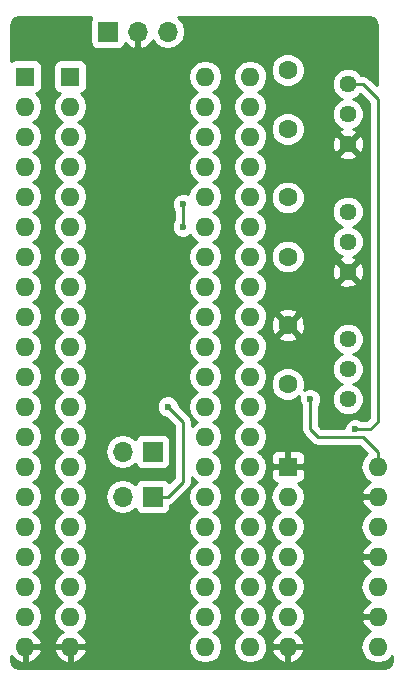
<source format=gbl>
G04 #@! TF.FileFunction,Copper,L2,Bot,Signal*
%FSLAX46Y46*%
G04 Gerber Fmt 4.6, Leading zero omitted, Abs format (unit mm)*
G04 Created by KiCad (PCBNEW 4.0.7) date 08/20/19 18:31:01*
%MOMM*%
%LPD*%
G01*
G04 APERTURE LIST*
%ADD10C,0.100000*%
%ADD11R,1.600000X1.600000*%
%ADD12O,1.600000X1.600000*%
%ADD13C,1.600000*%
%ADD14C,1.440000*%
%ADD15R,1.700000X1.700000*%
%ADD16O,1.700000X1.700000*%
%ADD17C,0.600000*%
%ADD18C,0.250000*%
%ADD19C,0.254000*%
G04 APERTURE END LIST*
D10*
D11*
X120015000Y-104775000D03*
D12*
X135255000Y-153035000D03*
X120015000Y-107315000D03*
X135255000Y-150495000D03*
X120015000Y-109855000D03*
X135255000Y-147955000D03*
X120015000Y-112395000D03*
X135255000Y-145415000D03*
X120015000Y-114935000D03*
X135255000Y-142875000D03*
X120015000Y-117475000D03*
X135255000Y-140335000D03*
X120015000Y-120015000D03*
X135255000Y-137795000D03*
X120015000Y-122555000D03*
X135255000Y-135255000D03*
X120015000Y-125095000D03*
X135255000Y-132715000D03*
X120015000Y-127635000D03*
X135255000Y-130175000D03*
X120015000Y-130175000D03*
X135255000Y-127635000D03*
X120015000Y-132715000D03*
X135255000Y-125095000D03*
X120015000Y-135255000D03*
X135255000Y-122555000D03*
X120015000Y-137795000D03*
X135255000Y-120015000D03*
X120015000Y-140335000D03*
X135255000Y-117475000D03*
X120015000Y-142875000D03*
X135255000Y-114935000D03*
X120015000Y-145415000D03*
X135255000Y-112395000D03*
X120015000Y-147955000D03*
X135255000Y-109855000D03*
X120015000Y-150495000D03*
X135255000Y-107315000D03*
X120015000Y-153035000D03*
X135255000Y-104775000D03*
D13*
X138430000Y-130810000D03*
X138430000Y-125810000D03*
X138430000Y-109220000D03*
X138430000Y-104220000D03*
X138430000Y-120015000D03*
X138430000Y-115015000D03*
D14*
X143510000Y-110490000D03*
X143510000Y-107950000D03*
X143510000Y-105410000D03*
X143510000Y-121285000D03*
X143510000Y-118745000D03*
X143510000Y-116205000D03*
X143510000Y-132080000D03*
X143510000Y-129540000D03*
X143510000Y-127000000D03*
D11*
X138430000Y-137795000D03*
D12*
X146050000Y-153035000D03*
X138430000Y-140335000D03*
X146050000Y-150495000D03*
X138430000Y-142875000D03*
X146050000Y-147955000D03*
X138430000Y-145415000D03*
X146050000Y-145415000D03*
X138430000Y-147955000D03*
X146050000Y-142875000D03*
X138430000Y-150495000D03*
X146050000Y-140335000D03*
X138430000Y-153035000D03*
X146050000Y-137795000D03*
D11*
X116205000Y-104775000D03*
D12*
X131445000Y-153035000D03*
X116205000Y-107315000D03*
X131445000Y-150495000D03*
X116205000Y-109855000D03*
X131445000Y-147955000D03*
X116205000Y-112395000D03*
X131445000Y-145415000D03*
X116205000Y-114935000D03*
X131445000Y-142875000D03*
X116205000Y-117475000D03*
X131445000Y-140335000D03*
X116205000Y-120015000D03*
X131445000Y-137795000D03*
X116205000Y-122555000D03*
X131445000Y-135255000D03*
X116205000Y-125095000D03*
X131445000Y-132715000D03*
X116205000Y-127635000D03*
X131445000Y-130175000D03*
X116205000Y-130175000D03*
X131445000Y-127635000D03*
X116205000Y-132715000D03*
X131445000Y-125095000D03*
X116205000Y-135255000D03*
X131445000Y-122555000D03*
X116205000Y-137795000D03*
X131445000Y-120015000D03*
X116205000Y-140335000D03*
X131445000Y-117475000D03*
X116205000Y-142875000D03*
X131445000Y-114935000D03*
X116205000Y-145415000D03*
X131445000Y-112395000D03*
X116205000Y-147955000D03*
X131445000Y-109855000D03*
X116205000Y-150495000D03*
X131445000Y-107315000D03*
X116205000Y-153035000D03*
X131445000Y-104775000D03*
D15*
X123190000Y-100965000D03*
D16*
X125730000Y-100965000D03*
X128270000Y-100965000D03*
D15*
X127000000Y-140335000D03*
D16*
X124460000Y-140335000D03*
D15*
X127000000Y-136525000D03*
D16*
X124460000Y-136525000D03*
D17*
X129540000Y-115570000D03*
X129540000Y-117475000D03*
X140335000Y-132080000D03*
X144145000Y-134620000D03*
X128270000Y-132715000D03*
D18*
X129540000Y-115570000D02*
X129540000Y-117475000D01*
X140970000Y-135255000D02*
X144780000Y-135255000D01*
X144780000Y-135255000D02*
X146050000Y-136525000D01*
X146050000Y-137795000D02*
X146050000Y-136525000D01*
X140335000Y-132080000D02*
X140335000Y-134620000D01*
X140335000Y-134620000D02*
X140970000Y-135255000D01*
X146050000Y-106680000D02*
X144780000Y-105410000D01*
X143510000Y-105410000D02*
X144780000Y-105410000D01*
X144145000Y-134620000D02*
X145415000Y-134620000D01*
X146050000Y-133985000D02*
X146050000Y-130175000D01*
X145415000Y-134620000D02*
X146050000Y-133985000D01*
X146050000Y-130175000D02*
X146050000Y-106680000D01*
X128270000Y-140335000D02*
X127000000Y-140335000D01*
X129540000Y-139065000D02*
X128270000Y-140335000D01*
X129540000Y-133985000D02*
X129540000Y-139065000D01*
X128270000Y-132715000D02*
X129540000Y-133985000D01*
X138430000Y-104220000D02*
X138430000Y-104140000D01*
D19*
G36*
X121743569Y-99863110D02*
X121692560Y-100115000D01*
X121692560Y-101815000D01*
X121736838Y-102050317D01*
X121875910Y-102266441D01*
X122088110Y-102411431D01*
X122340000Y-102462440D01*
X124040000Y-102462440D01*
X124275317Y-102418162D01*
X124491441Y-102279090D01*
X124636431Y-102066890D01*
X124658301Y-101958893D01*
X124963076Y-102236645D01*
X125373110Y-102406476D01*
X125603000Y-102285155D01*
X125603000Y-101092000D01*
X125583000Y-101092000D01*
X125583000Y-100838000D01*
X125603000Y-100838000D01*
X125603000Y-100818000D01*
X125857000Y-100818000D01*
X125857000Y-100838000D01*
X125877000Y-100838000D01*
X125877000Y-101092000D01*
X125857000Y-101092000D01*
X125857000Y-102285155D01*
X126086890Y-102406476D01*
X126496924Y-102236645D01*
X126925183Y-101846358D01*
X126992298Y-101703447D01*
X127219946Y-102044147D01*
X127701715Y-102366054D01*
X128270000Y-102479093D01*
X128838285Y-102366054D01*
X129320054Y-102044147D01*
X129641961Y-101562378D01*
X129755000Y-100994093D01*
X129755000Y-100935907D01*
X129641961Y-100367622D01*
X129320054Y-99885853D01*
X129146667Y-99770000D01*
X145345070Y-99770000D01*
X145623979Y-99825478D01*
X145801145Y-99943856D01*
X145919521Y-100121019D01*
X145975000Y-100399931D01*
X145975000Y-105530198D01*
X145317401Y-104872599D01*
X145070839Y-104707852D01*
X144780000Y-104650000D01*
X144662087Y-104650000D01*
X144659383Y-104643457D01*
X144278548Y-104261957D01*
X143780709Y-104055236D01*
X143241656Y-104054765D01*
X142743457Y-104260617D01*
X142361957Y-104641452D01*
X142155236Y-105139291D01*
X142154765Y-105678344D01*
X142360617Y-106176543D01*
X142741452Y-106558043D01*
X143035264Y-106680045D01*
X142743457Y-106800617D01*
X142361957Y-107181452D01*
X142155236Y-107679291D01*
X142154765Y-108218344D01*
X142360617Y-108716543D01*
X142741452Y-109098043D01*
X143019116Y-109213339D01*
X142804131Y-109302389D01*
X142739831Y-109540226D01*
X143510000Y-110310395D01*
X144280169Y-109540226D01*
X144215869Y-109302389D01*
X143983828Y-109220331D01*
X144276543Y-109099383D01*
X144658043Y-108718548D01*
X144864764Y-108220709D01*
X144865235Y-107681656D01*
X144659383Y-107183457D01*
X144278548Y-106801957D01*
X143984736Y-106679955D01*
X144276543Y-106559383D01*
X144565814Y-106270616D01*
X145290000Y-106994802D01*
X145290000Y-133670198D01*
X145100198Y-133860000D01*
X144707463Y-133860000D01*
X144675327Y-133827808D01*
X144331799Y-133685162D01*
X143959833Y-133684838D01*
X143616057Y-133826883D01*
X143352808Y-134089673D01*
X143210162Y-134433201D01*
X143210108Y-134495000D01*
X141284802Y-134495000D01*
X141095000Y-134305198D01*
X141095000Y-132642463D01*
X141127192Y-132610327D01*
X141269838Y-132266799D01*
X141270162Y-131894833D01*
X141128117Y-131551057D01*
X140865327Y-131287808D01*
X140521799Y-131145162D01*
X140149833Y-131144838D01*
X139806057Y-131286883D01*
X139771416Y-131321463D01*
X139864750Y-131096691D01*
X139865248Y-130525813D01*
X139647243Y-129998200D01*
X139243923Y-129594176D01*
X138716691Y-129375250D01*
X138145813Y-129374752D01*
X137618200Y-129592757D01*
X137214176Y-129996077D01*
X136995250Y-130523309D01*
X136994752Y-131094187D01*
X137212757Y-131621800D01*
X137616077Y-132025824D01*
X138143309Y-132244750D01*
X138714187Y-132245248D01*
X139241800Y-132027243D01*
X139417215Y-131852134D01*
X139400162Y-131893201D01*
X139399838Y-132265167D01*
X139541883Y-132608943D01*
X139575000Y-132642118D01*
X139575000Y-134620000D01*
X139632852Y-134910839D01*
X139797599Y-135157401D01*
X140432599Y-135792401D01*
X140679161Y-135957148D01*
X140970000Y-136015000D01*
X144465198Y-136015000D01*
X145141054Y-136690856D01*
X145007189Y-136780302D01*
X144696120Y-137245849D01*
X144586887Y-137795000D01*
X144696120Y-138344151D01*
X145007189Y-138809698D01*
X145411703Y-139079986D01*
X145194866Y-139182611D01*
X144818959Y-139597577D01*
X144658096Y-139985961D01*
X144780085Y-140208000D01*
X145923000Y-140208000D01*
X145923000Y-140188000D01*
X146177000Y-140188000D01*
X146177000Y-140208000D01*
X146197000Y-140208000D01*
X146197000Y-140462000D01*
X146177000Y-140462000D01*
X146177000Y-140482000D01*
X145923000Y-140482000D01*
X145923000Y-140462000D01*
X144780085Y-140462000D01*
X144658096Y-140684039D01*
X144818959Y-141072423D01*
X145194866Y-141487389D01*
X145411703Y-141590014D01*
X145007189Y-141860302D01*
X144696120Y-142325849D01*
X144586887Y-142875000D01*
X144696120Y-143424151D01*
X145007189Y-143889698D01*
X145411703Y-144159986D01*
X145194866Y-144262611D01*
X144818959Y-144677577D01*
X144658096Y-145065961D01*
X144780085Y-145288000D01*
X145923000Y-145288000D01*
X145923000Y-145268000D01*
X146177000Y-145268000D01*
X146177000Y-145288000D01*
X146197000Y-145288000D01*
X146197000Y-145542000D01*
X146177000Y-145542000D01*
X146177000Y-145562000D01*
X145923000Y-145562000D01*
X145923000Y-145542000D01*
X144780085Y-145542000D01*
X144658096Y-145764039D01*
X144818959Y-146152423D01*
X145194866Y-146567389D01*
X145411703Y-146670014D01*
X145007189Y-146940302D01*
X144696120Y-147405849D01*
X144586887Y-147955000D01*
X144696120Y-148504151D01*
X145007189Y-148969698D01*
X145411703Y-149239986D01*
X145194866Y-149342611D01*
X144818959Y-149757577D01*
X144658096Y-150145961D01*
X144780085Y-150368000D01*
X145923000Y-150368000D01*
X145923000Y-150348000D01*
X146177000Y-150348000D01*
X146177000Y-150368000D01*
X146197000Y-150368000D01*
X146197000Y-150622000D01*
X146177000Y-150622000D01*
X146177000Y-150642000D01*
X145923000Y-150642000D01*
X145923000Y-150622000D01*
X144780085Y-150622000D01*
X144658096Y-150844039D01*
X144818959Y-151232423D01*
X145194866Y-151647389D01*
X145411703Y-151750014D01*
X145007189Y-152020302D01*
X144696120Y-152485849D01*
X144586887Y-153035000D01*
X144696120Y-153584151D01*
X145007189Y-154049698D01*
X145472736Y-154360767D01*
X146021887Y-154470000D01*
X146078113Y-154470000D01*
X146627264Y-154360767D01*
X147092811Y-154049698D01*
X147245000Y-153821931D01*
X147245000Y-154235069D01*
X147189521Y-154513981D01*
X147071145Y-154691144D01*
X146893979Y-154809522D01*
X146615070Y-154865000D01*
X115639931Y-154865000D01*
X115361019Y-154809521D01*
X115183856Y-154691145D01*
X115065478Y-154513979D01*
X115010000Y-154235070D01*
X115010000Y-153812209D01*
X115349866Y-154187389D01*
X115855959Y-154426914D01*
X116078000Y-154305629D01*
X116078000Y-153162000D01*
X116332000Y-153162000D01*
X116332000Y-154305629D01*
X116554041Y-154426914D01*
X117060134Y-154187389D01*
X117436041Y-153772423D01*
X117596904Y-153384039D01*
X118623096Y-153384039D01*
X118783959Y-153772423D01*
X119159866Y-154187389D01*
X119665959Y-154426914D01*
X119888000Y-154305629D01*
X119888000Y-153162000D01*
X120142000Y-153162000D01*
X120142000Y-154305629D01*
X120364041Y-154426914D01*
X120870134Y-154187389D01*
X121246041Y-153772423D01*
X121406904Y-153384039D01*
X121284915Y-153162000D01*
X120142000Y-153162000D01*
X119888000Y-153162000D01*
X118745085Y-153162000D01*
X118623096Y-153384039D01*
X117596904Y-153384039D01*
X117474915Y-153162000D01*
X116332000Y-153162000D01*
X116078000Y-153162000D01*
X116058000Y-153162000D01*
X116058000Y-152908000D01*
X116078000Y-152908000D01*
X116078000Y-152888000D01*
X116332000Y-152888000D01*
X116332000Y-152908000D01*
X117474915Y-152908000D01*
X117596904Y-152685961D01*
X117436041Y-152297577D01*
X117060134Y-151882611D01*
X116843297Y-151779986D01*
X117247811Y-151509698D01*
X117558880Y-151044151D01*
X117668113Y-150495000D01*
X117558880Y-149945849D01*
X117247811Y-149480302D01*
X116865725Y-149225000D01*
X117247811Y-148969698D01*
X117558880Y-148504151D01*
X117668113Y-147955000D01*
X117558880Y-147405849D01*
X117247811Y-146940302D01*
X116865725Y-146685000D01*
X117247811Y-146429698D01*
X117558880Y-145964151D01*
X117668113Y-145415000D01*
X117558880Y-144865849D01*
X117247811Y-144400302D01*
X116865725Y-144145000D01*
X117247811Y-143889698D01*
X117558880Y-143424151D01*
X117668113Y-142875000D01*
X117558880Y-142325849D01*
X117247811Y-141860302D01*
X116865725Y-141605000D01*
X117247811Y-141349698D01*
X117558880Y-140884151D01*
X117668113Y-140335000D01*
X117558880Y-139785849D01*
X117247811Y-139320302D01*
X116865725Y-139065000D01*
X117247811Y-138809698D01*
X117558880Y-138344151D01*
X117668113Y-137795000D01*
X117558880Y-137245849D01*
X117247811Y-136780302D01*
X116865725Y-136525000D01*
X117247811Y-136269698D01*
X117558880Y-135804151D01*
X117668113Y-135255000D01*
X117558880Y-134705849D01*
X117247811Y-134240302D01*
X116865725Y-133985000D01*
X117247811Y-133729698D01*
X117558880Y-133264151D01*
X117668113Y-132715000D01*
X117558880Y-132165849D01*
X117247811Y-131700302D01*
X116865725Y-131445000D01*
X117247811Y-131189698D01*
X117558880Y-130724151D01*
X117668113Y-130175000D01*
X117558880Y-129625849D01*
X117247811Y-129160302D01*
X116865725Y-128905000D01*
X117247811Y-128649698D01*
X117558880Y-128184151D01*
X117668113Y-127635000D01*
X117558880Y-127085849D01*
X117247811Y-126620302D01*
X116865725Y-126365000D01*
X117247811Y-126109698D01*
X117558880Y-125644151D01*
X117668113Y-125095000D01*
X117558880Y-124545849D01*
X117247811Y-124080302D01*
X116865725Y-123825000D01*
X117247811Y-123569698D01*
X117558880Y-123104151D01*
X117668113Y-122555000D01*
X117558880Y-122005849D01*
X117247811Y-121540302D01*
X116865725Y-121285000D01*
X117247811Y-121029698D01*
X117558880Y-120564151D01*
X117668113Y-120015000D01*
X117558880Y-119465849D01*
X117247811Y-119000302D01*
X116865725Y-118745000D01*
X117247811Y-118489698D01*
X117558880Y-118024151D01*
X117668113Y-117475000D01*
X117558880Y-116925849D01*
X117247811Y-116460302D01*
X116865725Y-116205000D01*
X117247811Y-115949698D01*
X117558880Y-115484151D01*
X117668113Y-114935000D01*
X117558880Y-114385849D01*
X117247811Y-113920302D01*
X116865725Y-113665000D01*
X117247811Y-113409698D01*
X117558880Y-112944151D01*
X117668113Y-112395000D01*
X117558880Y-111845849D01*
X117247811Y-111380302D01*
X116865725Y-111125000D01*
X117247811Y-110869698D01*
X117558880Y-110404151D01*
X117668113Y-109855000D01*
X117558880Y-109305849D01*
X117247811Y-108840302D01*
X116865725Y-108585000D01*
X117247811Y-108329698D01*
X117558880Y-107864151D01*
X117668113Y-107315000D01*
X118551887Y-107315000D01*
X118661120Y-107864151D01*
X118972189Y-108329698D01*
X119354275Y-108585000D01*
X118972189Y-108840302D01*
X118661120Y-109305849D01*
X118551887Y-109855000D01*
X118661120Y-110404151D01*
X118972189Y-110869698D01*
X119354275Y-111125000D01*
X118972189Y-111380302D01*
X118661120Y-111845849D01*
X118551887Y-112395000D01*
X118661120Y-112944151D01*
X118972189Y-113409698D01*
X119354275Y-113665000D01*
X118972189Y-113920302D01*
X118661120Y-114385849D01*
X118551887Y-114935000D01*
X118661120Y-115484151D01*
X118972189Y-115949698D01*
X119354275Y-116205000D01*
X118972189Y-116460302D01*
X118661120Y-116925849D01*
X118551887Y-117475000D01*
X118661120Y-118024151D01*
X118972189Y-118489698D01*
X119354275Y-118745000D01*
X118972189Y-119000302D01*
X118661120Y-119465849D01*
X118551887Y-120015000D01*
X118661120Y-120564151D01*
X118972189Y-121029698D01*
X119354275Y-121285000D01*
X118972189Y-121540302D01*
X118661120Y-122005849D01*
X118551887Y-122555000D01*
X118661120Y-123104151D01*
X118972189Y-123569698D01*
X119354275Y-123825000D01*
X118972189Y-124080302D01*
X118661120Y-124545849D01*
X118551887Y-125095000D01*
X118661120Y-125644151D01*
X118972189Y-126109698D01*
X119354275Y-126365000D01*
X118972189Y-126620302D01*
X118661120Y-127085849D01*
X118551887Y-127635000D01*
X118661120Y-128184151D01*
X118972189Y-128649698D01*
X119354275Y-128905000D01*
X118972189Y-129160302D01*
X118661120Y-129625849D01*
X118551887Y-130175000D01*
X118661120Y-130724151D01*
X118972189Y-131189698D01*
X119354275Y-131445000D01*
X118972189Y-131700302D01*
X118661120Y-132165849D01*
X118551887Y-132715000D01*
X118661120Y-133264151D01*
X118972189Y-133729698D01*
X119354275Y-133985000D01*
X118972189Y-134240302D01*
X118661120Y-134705849D01*
X118551887Y-135255000D01*
X118661120Y-135804151D01*
X118972189Y-136269698D01*
X119354275Y-136525000D01*
X118972189Y-136780302D01*
X118661120Y-137245849D01*
X118551887Y-137795000D01*
X118661120Y-138344151D01*
X118972189Y-138809698D01*
X119354275Y-139065000D01*
X118972189Y-139320302D01*
X118661120Y-139785849D01*
X118551887Y-140335000D01*
X118661120Y-140884151D01*
X118972189Y-141349698D01*
X119354275Y-141605000D01*
X118972189Y-141860302D01*
X118661120Y-142325849D01*
X118551887Y-142875000D01*
X118661120Y-143424151D01*
X118972189Y-143889698D01*
X119354275Y-144145000D01*
X118972189Y-144400302D01*
X118661120Y-144865849D01*
X118551887Y-145415000D01*
X118661120Y-145964151D01*
X118972189Y-146429698D01*
X119354275Y-146685000D01*
X118972189Y-146940302D01*
X118661120Y-147405849D01*
X118551887Y-147955000D01*
X118661120Y-148504151D01*
X118972189Y-148969698D01*
X119354275Y-149225000D01*
X118972189Y-149480302D01*
X118661120Y-149945849D01*
X118551887Y-150495000D01*
X118661120Y-151044151D01*
X118972189Y-151509698D01*
X119376703Y-151779986D01*
X119159866Y-151882611D01*
X118783959Y-152297577D01*
X118623096Y-152685961D01*
X118745085Y-152908000D01*
X119888000Y-152908000D01*
X119888000Y-152888000D01*
X120142000Y-152888000D01*
X120142000Y-152908000D01*
X121284915Y-152908000D01*
X121406904Y-152685961D01*
X121246041Y-152297577D01*
X120870134Y-151882611D01*
X120653297Y-151779986D01*
X121057811Y-151509698D01*
X121368880Y-151044151D01*
X121478113Y-150495000D01*
X121368880Y-149945849D01*
X121057811Y-149480302D01*
X120675725Y-149225000D01*
X121057811Y-148969698D01*
X121368880Y-148504151D01*
X121478113Y-147955000D01*
X121368880Y-147405849D01*
X121057811Y-146940302D01*
X120675725Y-146685000D01*
X121057811Y-146429698D01*
X121368880Y-145964151D01*
X121478113Y-145415000D01*
X121368880Y-144865849D01*
X121057811Y-144400302D01*
X120675725Y-144145000D01*
X121057811Y-143889698D01*
X121368880Y-143424151D01*
X121478113Y-142875000D01*
X121368880Y-142325849D01*
X121057811Y-141860302D01*
X120675725Y-141605000D01*
X121057811Y-141349698D01*
X121368880Y-140884151D01*
X121478113Y-140335000D01*
X121472327Y-140305907D01*
X122975000Y-140305907D01*
X122975000Y-140364093D01*
X123088039Y-140932378D01*
X123409946Y-141414147D01*
X123891715Y-141736054D01*
X124460000Y-141849093D01*
X125028285Y-141736054D01*
X125510054Y-141414147D01*
X125537850Y-141372548D01*
X125546838Y-141420317D01*
X125685910Y-141636441D01*
X125898110Y-141781431D01*
X126150000Y-141832440D01*
X127850000Y-141832440D01*
X128085317Y-141788162D01*
X128301441Y-141649090D01*
X128446431Y-141436890D01*
X128497440Y-141185000D01*
X128497440Y-141049759D01*
X128560839Y-141037148D01*
X128807401Y-140872401D01*
X130077401Y-139602401D01*
X130242148Y-139355840D01*
X130300000Y-139065000D01*
X130300000Y-138656762D01*
X130402189Y-138809698D01*
X130784275Y-139065000D01*
X130402189Y-139320302D01*
X130091120Y-139785849D01*
X129981887Y-140335000D01*
X130091120Y-140884151D01*
X130402189Y-141349698D01*
X130784275Y-141605000D01*
X130402189Y-141860302D01*
X130091120Y-142325849D01*
X129981887Y-142875000D01*
X130091120Y-143424151D01*
X130402189Y-143889698D01*
X130784275Y-144145000D01*
X130402189Y-144400302D01*
X130091120Y-144865849D01*
X129981887Y-145415000D01*
X130091120Y-145964151D01*
X130402189Y-146429698D01*
X130784275Y-146685000D01*
X130402189Y-146940302D01*
X130091120Y-147405849D01*
X129981887Y-147955000D01*
X130091120Y-148504151D01*
X130402189Y-148969698D01*
X130784275Y-149225000D01*
X130402189Y-149480302D01*
X130091120Y-149945849D01*
X129981887Y-150495000D01*
X130091120Y-151044151D01*
X130402189Y-151509698D01*
X130784275Y-151765000D01*
X130402189Y-152020302D01*
X130091120Y-152485849D01*
X129981887Y-153035000D01*
X130091120Y-153584151D01*
X130402189Y-154049698D01*
X130867736Y-154360767D01*
X131416887Y-154470000D01*
X131473113Y-154470000D01*
X132022264Y-154360767D01*
X132487811Y-154049698D01*
X132798880Y-153584151D01*
X132908113Y-153035000D01*
X132798880Y-152485849D01*
X132487811Y-152020302D01*
X132105725Y-151765000D01*
X132487811Y-151509698D01*
X132798880Y-151044151D01*
X132908113Y-150495000D01*
X132798880Y-149945849D01*
X132487811Y-149480302D01*
X132105725Y-149225000D01*
X132487811Y-148969698D01*
X132798880Y-148504151D01*
X132908113Y-147955000D01*
X132798880Y-147405849D01*
X132487811Y-146940302D01*
X132105725Y-146685000D01*
X132487811Y-146429698D01*
X132798880Y-145964151D01*
X132908113Y-145415000D01*
X132798880Y-144865849D01*
X132487811Y-144400302D01*
X132105725Y-144145000D01*
X132487811Y-143889698D01*
X132798880Y-143424151D01*
X132908113Y-142875000D01*
X132798880Y-142325849D01*
X132487811Y-141860302D01*
X132105725Y-141605000D01*
X132487811Y-141349698D01*
X132798880Y-140884151D01*
X132908113Y-140335000D01*
X132798880Y-139785849D01*
X132487811Y-139320302D01*
X132105725Y-139065000D01*
X132487811Y-138809698D01*
X132798880Y-138344151D01*
X132908113Y-137795000D01*
X132798880Y-137245849D01*
X132487811Y-136780302D01*
X132105725Y-136525000D01*
X132487811Y-136269698D01*
X132798880Y-135804151D01*
X132908113Y-135255000D01*
X132798880Y-134705849D01*
X132487811Y-134240302D01*
X132105725Y-133985000D01*
X132487811Y-133729698D01*
X132798880Y-133264151D01*
X132908113Y-132715000D01*
X132798880Y-132165849D01*
X132487811Y-131700302D01*
X132105725Y-131445000D01*
X132487811Y-131189698D01*
X132798880Y-130724151D01*
X132908113Y-130175000D01*
X132798880Y-129625849D01*
X132487811Y-129160302D01*
X132105725Y-128905000D01*
X132487811Y-128649698D01*
X132798880Y-128184151D01*
X132908113Y-127635000D01*
X132798880Y-127085849D01*
X132487811Y-126620302D01*
X132105725Y-126365000D01*
X132487811Y-126109698D01*
X132798880Y-125644151D01*
X132908113Y-125095000D01*
X132798880Y-124545849D01*
X132487811Y-124080302D01*
X132105725Y-123825000D01*
X132487811Y-123569698D01*
X132798880Y-123104151D01*
X132908113Y-122555000D01*
X132798880Y-122005849D01*
X132487811Y-121540302D01*
X132105725Y-121285000D01*
X132487811Y-121029698D01*
X132798880Y-120564151D01*
X132908113Y-120015000D01*
X132798880Y-119465849D01*
X132487811Y-119000302D01*
X132105725Y-118745000D01*
X132487811Y-118489698D01*
X132798880Y-118024151D01*
X132908113Y-117475000D01*
X132798880Y-116925849D01*
X132487811Y-116460302D01*
X132105725Y-116205000D01*
X132487811Y-115949698D01*
X132798880Y-115484151D01*
X132908113Y-114935000D01*
X132798880Y-114385849D01*
X132487811Y-113920302D01*
X132105725Y-113665000D01*
X132487811Y-113409698D01*
X132798880Y-112944151D01*
X132908113Y-112395000D01*
X132798880Y-111845849D01*
X132487811Y-111380302D01*
X132105725Y-111125000D01*
X132487811Y-110869698D01*
X132798880Y-110404151D01*
X132908113Y-109855000D01*
X132798880Y-109305849D01*
X132487811Y-108840302D01*
X132105725Y-108585000D01*
X132487811Y-108329698D01*
X132798880Y-107864151D01*
X132908113Y-107315000D01*
X132798880Y-106765849D01*
X132487811Y-106300302D01*
X132105725Y-106045000D01*
X132487811Y-105789698D01*
X132798880Y-105324151D01*
X132908113Y-104775000D01*
X133791887Y-104775000D01*
X133901120Y-105324151D01*
X134212189Y-105789698D01*
X134594275Y-106045000D01*
X134212189Y-106300302D01*
X133901120Y-106765849D01*
X133791887Y-107315000D01*
X133901120Y-107864151D01*
X134212189Y-108329698D01*
X134594275Y-108585000D01*
X134212189Y-108840302D01*
X133901120Y-109305849D01*
X133791887Y-109855000D01*
X133901120Y-110404151D01*
X134212189Y-110869698D01*
X134594275Y-111125000D01*
X134212189Y-111380302D01*
X133901120Y-111845849D01*
X133791887Y-112395000D01*
X133901120Y-112944151D01*
X134212189Y-113409698D01*
X134594275Y-113665000D01*
X134212189Y-113920302D01*
X133901120Y-114385849D01*
X133791887Y-114935000D01*
X133901120Y-115484151D01*
X134212189Y-115949698D01*
X134594275Y-116205000D01*
X134212189Y-116460302D01*
X133901120Y-116925849D01*
X133791887Y-117475000D01*
X133901120Y-118024151D01*
X134212189Y-118489698D01*
X134594275Y-118745000D01*
X134212189Y-119000302D01*
X133901120Y-119465849D01*
X133791887Y-120015000D01*
X133901120Y-120564151D01*
X134212189Y-121029698D01*
X134594275Y-121285000D01*
X134212189Y-121540302D01*
X133901120Y-122005849D01*
X133791887Y-122555000D01*
X133901120Y-123104151D01*
X134212189Y-123569698D01*
X134594275Y-123825000D01*
X134212189Y-124080302D01*
X133901120Y-124545849D01*
X133791887Y-125095000D01*
X133901120Y-125644151D01*
X134212189Y-126109698D01*
X134594275Y-126365000D01*
X134212189Y-126620302D01*
X133901120Y-127085849D01*
X133791887Y-127635000D01*
X133901120Y-128184151D01*
X134212189Y-128649698D01*
X134594275Y-128905000D01*
X134212189Y-129160302D01*
X133901120Y-129625849D01*
X133791887Y-130175000D01*
X133901120Y-130724151D01*
X134212189Y-131189698D01*
X134594275Y-131445000D01*
X134212189Y-131700302D01*
X133901120Y-132165849D01*
X133791887Y-132715000D01*
X133901120Y-133264151D01*
X134212189Y-133729698D01*
X134594275Y-133985000D01*
X134212189Y-134240302D01*
X133901120Y-134705849D01*
X133791887Y-135255000D01*
X133901120Y-135804151D01*
X134212189Y-136269698D01*
X134594275Y-136525000D01*
X134212189Y-136780302D01*
X133901120Y-137245849D01*
X133791887Y-137795000D01*
X133901120Y-138344151D01*
X134212189Y-138809698D01*
X134594275Y-139065000D01*
X134212189Y-139320302D01*
X133901120Y-139785849D01*
X133791887Y-140335000D01*
X133901120Y-140884151D01*
X134212189Y-141349698D01*
X134594275Y-141605000D01*
X134212189Y-141860302D01*
X133901120Y-142325849D01*
X133791887Y-142875000D01*
X133901120Y-143424151D01*
X134212189Y-143889698D01*
X134594275Y-144145000D01*
X134212189Y-144400302D01*
X133901120Y-144865849D01*
X133791887Y-145415000D01*
X133901120Y-145964151D01*
X134212189Y-146429698D01*
X134594275Y-146685000D01*
X134212189Y-146940302D01*
X133901120Y-147405849D01*
X133791887Y-147955000D01*
X133901120Y-148504151D01*
X134212189Y-148969698D01*
X134594275Y-149225000D01*
X134212189Y-149480302D01*
X133901120Y-149945849D01*
X133791887Y-150495000D01*
X133901120Y-151044151D01*
X134212189Y-151509698D01*
X134594275Y-151765000D01*
X134212189Y-152020302D01*
X133901120Y-152485849D01*
X133791887Y-153035000D01*
X133901120Y-153584151D01*
X134212189Y-154049698D01*
X134677736Y-154360767D01*
X135226887Y-154470000D01*
X135283113Y-154470000D01*
X135832264Y-154360767D01*
X136297811Y-154049698D01*
X136608880Y-153584151D01*
X136648684Y-153384039D01*
X137038096Y-153384039D01*
X137198959Y-153772423D01*
X137574866Y-154187389D01*
X138080959Y-154426914D01*
X138303000Y-154305629D01*
X138303000Y-153162000D01*
X138557000Y-153162000D01*
X138557000Y-154305629D01*
X138779041Y-154426914D01*
X139285134Y-154187389D01*
X139661041Y-153772423D01*
X139821904Y-153384039D01*
X139699915Y-153162000D01*
X138557000Y-153162000D01*
X138303000Y-153162000D01*
X137160085Y-153162000D01*
X137038096Y-153384039D01*
X136648684Y-153384039D01*
X136718113Y-153035000D01*
X136608880Y-152485849D01*
X136297811Y-152020302D01*
X135915725Y-151765000D01*
X136297811Y-151509698D01*
X136608880Y-151044151D01*
X136718113Y-150495000D01*
X136608880Y-149945849D01*
X136297811Y-149480302D01*
X135915725Y-149225000D01*
X136297811Y-148969698D01*
X136608880Y-148504151D01*
X136718113Y-147955000D01*
X136608880Y-147405849D01*
X136297811Y-146940302D01*
X135915725Y-146685000D01*
X136297811Y-146429698D01*
X136608880Y-145964151D01*
X136718113Y-145415000D01*
X136608880Y-144865849D01*
X136297811Y-144400302D01*
X135915725Y-144145000D01*
X136297811Y-143889698D01*
X136608880Y-143424151D01*
X136718113Y-142875000D01*
X136608880Y-142325849D01*
X136297811Y-141860302D01*
X135915725Y-141605000D01*
X136297811Y-141349698D01*
X136608880Y-140884151D01*
X136718113Y-140335000D01*
X136966887Y-140335000D01*
X137076120Y-140884151D01*
X137387189Y-141349698D01*
X137769275Y-141605000D01*
X137387189Y-141860302D01*
X137076120Y-142325849D01*
X136966887Y-142875000D01*
X137076120Y-143424151D01*
X137387189Y-143889698D01*
X137769275Y-144145000D01*
X137387189Y-144400302D01*
X137076120Y-144865849D01*
X136966887Y-145415000D01*
X137076120Y-145964151D01*
X137387189Y-146429698D01*
X137769275Y-146685000D01*
X137387189Y-146940302D01*
X137076120Y-147405849D01*
X136966887Y-147955000D01*
X137076120Y-148504151D01*
X137387189Y-148969698D01*
X137769275Y-149225000D01*
X137387189Y-149480302D01*
X137076120Y-149945849D01*
X136966887Y-150495000D01*
X137076120Y-151044151D01*
X137387189Y-151509698D01*
X137791703Y-151779986D01*
X137574866Y-151882611D01*
X137198959Y-152297577D01*
X137038096Y-152685961D01*
X137160085Y-152908000D01*
X138303000Y-152908000D01*
X138303000Y-152888000D01*
X138557000Y-152888000D01*
X138557000Y-152908000D01*
X139699915Y-152908000D01*
X139821904Y-152685961D01*
X139661041Y-152297577D01*
X139285134Y-151882611D01*
X139068297Y-151779986D01*
X139472811Y-151509698D01*
X139783880Y-151044151D01*
X139893113Y-150495000D01*
X139783880Y-149945849D01*
X139472811Y-149480302D01*
X139090725Y-149225000D01*
X139472811Y-148969698D01*
X139783880Y-148504151D01*
X139893113Y-147955000D01*
X139783880Y-147405849D01*
X139472811Y-146940302D01*
X139090725Y-146685000D01*
X139472811Y-146429698D01*
X139783880Y-145964151D01*
X139893113Y-145415000D01*
X139783880Y-144865849D01*
X139472811Y-144400302D01*
X139090725Y-144145000D01*
X139472811Y-143889698D01*
X139783880Y-143424151D01*
X139893113Y-142875000D01*
X139783880Y-142325849D01*
X139472811Y-141860302D01*
X139090725Y-141605000D01*
X139472811Y-141349698D01*
X139783880Y-140884151D01*
X139893113Y-140335000D01*
X139783880Y-139785849D01*
X139472811Y-139320302D01*
X139337665Y-139230000D01*
X139356309Y-139230000D01*
X139589698Y-139133327D01*
X139768327Y-138954699D01*
X139865000Y-138721310D01*
X139865000Y-138080750D01*
X139706250Y-137922000D01*
X138557000Y-137922000D01*
X138557000Y-137942000D01*
X138303000Y-137942000D01*
X138303000Y-137922000D01*
X137153750Y-137922000D01*
X136995000Y-138080750D01*
X136995000Y-138721310D01*
X137091673Y-138954699D01*
X137270302Y-139133327D01*
X137503691Y-139230000D01*
X137522335Y-139230000D01*
X137387189Y-139320302D01*
X137076120Y-139785849D01*
X136966887Y-140335000D01*
X136718113Y-140335000D01*
X136608880Y-139785849D01*
X136297811Y-139320302D01*
X135915725Y-139065000D01*
X136297811Y-138809698D01*
X136608880Y-138344151D01*
X136718113Y-137795000D01*
X136608880Y-137245849D01*
X136356871Y-136868690D01*
X136995000Y-136868690D01*
X136995000Y-137509250D01*
X137153750Y-137668000D01*
X138303000Y-137668000D01*
X138303000Y-136518750D01*
X138557000Y-136518750D01*
X138557000Y-137668000D01*
X139706250Y-137668000D01*
X139865000Y-137509250D01*
X139865000Y-136868690D01*
X139768327Y-136635301D01*
X139589698Y-136456673D01*
X139356309Y-136360000D01*
X138715750Y-136360000D01*
X138557000Y-136518750D01*
X138303000Y-136518750D01*
X138144250Y-136360000D01*
X137503691Y-136360000D01*
X137270302Y-136456673D01*
X137091673Y-136635301D01*
X136995000Y-136868690D01*
X136356871Y-136868690D01*
X136297811Y-136780302D01*
X135915725Y-136525000D01*
X136297811Y-136269698D01*
X136608880Y-135804151D01*
X136718113Y-135255000D01*
X136608880Y-134705849D01*
X136297811Y-134240302D01*
X135915725Y-133985000D01*
X136297811Y-133729698D01*
X136608880Y-133264151D01*
X136718113Y-132715000D01*
X136608880Y-132165849D01*
X136297811Y-131700302D01*
X135915725Y-131445000D01*
X136297811Y-131189698D01*
X136608880Y-130724151D01*
X136718113Y-130175000D01*
X136608880Y-129625849D01*
X136297811Y-129160302D01*
X135915725Y-128905000D01*
X136297811Y-128649698D01*
X136608880Y-128184151D01*
X136718113Y-127635000D01*
X136645181Y-127268344D01*
X142154765Y-127268344D01*
X142360617Y-127766543D01*
X142741452Y-128148043D01*
X143035264Y-128270045D01*
X142743457Y-128390617D01*
X142361957Y-128771452D01*
X142155236Y-129269291D01*
X142154765Y-129808344D01*
X142360617Y-130306543D01*
X142741452Y-130688043D01*
X143035264Y-130810045D01*
X142743457Y-130930617D01*
X142361957Y-131311452D01*
X142155236Y-131809291D01*
X142154765Y-132348344D01*
X142360617Y-132846543D01*
X142741452Y-133228043D01*
X143239291Y-133434764D01*
X143778344Y-133435235D01*
X144276543Y-133229383D01*
X144658043Y-132848548D01*
X144864764Y-132350709D01*
X144865235Y-131811656D01*
X144659383Y-131313457D01*
X144278548Y-130931957D01*
X143984736Y-130809955D01*
X144276543Y-130689383D01*
X144658043Y-130308548D01*
X144864764Y-129810709D01*
X144865235Y-129271656D01*
X144659383Y-128773457D01*
X144278548Y-128391957D01*
X143984736Y-128269955D01*
X144276543Y-128149383D01*
X144658043Y-127768548D01*
X144864764Y-127270709D01*
X144865235Y-126731656D01*
X144659383Y-126233457D01*
X144278548Y-125851957D01*
X143780709Y-125645236D01*
X143241656Y-125644765D01*
X142743457Y-125850617D01*
X142361957Y-126231452D01*
X142155236Y-126729291D01*
X142154765Y-127268344D01*
X136645181Y-127268344D01*
X136608880Y-127085849D01*
X136429739Y-126817745D01*
X137601861Y-126817745D01*
X137675995Y-127063864D01*
X138213223Y-127256965D01*
X138783454Y-127229778D01*
X139184005Y-127063864D01*
X139258139Y-126817745D01*
X138430000Y-125989605D01*
X137601861Y-126817745D01*
X136429739Y-126817745D01*
X136297811Y-126620302D01*
X135915725Y-126365000D01*
X136297811Y-126109698D01*
X136608880Y-125644151D01*
X136619010Y-125593223D01*
X136983035Y-125593223D01*
X137010222Y-126163454D01*
X137176136Y-126564005D01*
X137422255Y-126638139D01*
X138250395Y-125810000D01*
X138609605Y-125810000D01*
X139437745Y-126638139D01*
X139683864Y-126564005D01*
X139876965Y-126026777D01*
X139849778Y-125456546D01*
X139683864Y-125055995D01*
X139437745Y-124981861D01*
X138609605Y-125810000D01*
X138250395Y-125810000D01*
X137422255Y-124981861D01*
X137176136Y-125055995D01*
X136983035Y-125593223D01*
X136619010Y-125593223D01*
X136718113Y-125095000D01*
X136659883Y-124802255D01*
X137601861Y-124802255D01*
X138430000Y-125630395D01*
X139258139Y-124802255D01*
X139184005Y-124556136D01*
X138646777Y-124363035D01*
X138076546Y-124390222D01*
X137675995Y-124556136D01*
X137601861Y-124802255D01*
X136659883Y-124802255D01*
X136608880Y-124545849D01*
X136297811Y-124080302D01*
X135915725Y-123825000D01*
X136297811Y-123569698D01*
X136608880Y-123104151D01*
X136718113Y-122555000D01*
X136654417Y-122234774D01*
X142739831Y-122234774D01*
X142804131Y-122472611D01*
X143312342Y-122652333D01*
X143850644Y-122623892D01*
X144215869Y-122472611D01*
X144280169Y-122234774D01*
X143510000Y-121464605D01*
X142739831Y-122234774D01*
X136654417Y-122234774D01*
X136608880Y-122005849D01*
X136297811Y-121540302D01*
X135915725Y-121285000D01*
X136297811Y-121029698D01*
X136608880Y-120564151D01*
X136661584Y-120299187D01*
X136994752Y-120299187D01*
X137212757Y-120826800D01*
X137616077Y-121230824D01*
X138143309Y-121449750D01*
X138714187Y-121450248D01*
X139241800Y-121232243D01*
X139386953Y-121087342D01*
X142142667Y-121087342D01*
X142171108Y-121625644D01*
X142322389Y-121990869D01*
X142560226Y-122055169D01*
X143330395Y-121285000D01*
X143689605Y-121285000D01*
X144459774Y-122055169D01*
X144697611Y-121990869D01*
X144877333Y-121482658D01*
X144848892Y-120944356D01*
X144697611Y-120579131D01*
X144459774Y-120514831D01*
X143689605Y-121285000D01*
X143330395Y-121285000D01*
X142560226Y-120514831D01*
X142322389Y-120579131D01*
X142142667Y-121087342D01*
X139386953Y-121087342D01*
X139645824Y-120828923D01*
X139864750Y-120301691D01*
X139865248Y-119730813D01*
X139647243Y-119203200D01*
X139243923Y-118799176D01*
X138716691Y-118580250D01*
X138145813Y-118579752D01*
X137618200Y-118797757D01*
X137214176Y-119201077D01*
X136995250Y-119728309D01*
X136994752Y-120299187D01*
X136661584Y-120299187D01*
X136718113Y-120015000D01*
X136608880Y-119465849D01*
X136297811Y-119000302D01*
X135915725Y-118745000D01*
X136297811Y-118489698D01*
X136608880Y-118024151D01*
X136718113Y-117475000D01*
X136608880Y-116925849D01*
X136306526Y-116473344D01*
X142154765Y-116473344D01*
X142360617Y-116971543D01*
X142741452Y-117353043D01*
X143035264Y-117475045D01*
X142743457Y-117595617D01*
X142361957Y-117976452D01*
X142155236Y-118474291D01*
X142154765Y-119013344D01*
X142360617Y-119511543D01*
X142741452Y-119893043D01*
X143019116Y-120008339D01*
X142804131Y-120097389D01*
X142739831Y-120335226D01*
X143510000Y-121105395D01*
X144280169Y-120335226D01*
X144215869Y-120097389D01*
X143983828Y-120015331D01*
X144276543Y-119894383D01*
X144658043Y-119513548D01*
X144864764Y-119015709D01*
X144865235Y-118476656D01*
X144659383Y-117978457D01*
X144278548Y-117596957D01*
X143984736Y-117474955D01*
X144276543Y-117354383D01*
X144658043Y-116973548D01*
X144864764Y-116475709D01*
X144865235Y-115936656D01*
X144659383Y-115438457D01*
X144278548Y-115056957D01*
X143780709Y-114850236D01*
X143241656Y-114849765D01*
X142743457Y-115055617D01*
X142361957Y-115436452D01*
X142155236Y-115934291D01*
X142154765Y-116473344D01*
X136306526Y-116473344D01*
X136297811Y-116460302D01*
X135915725Y-116205000D01*
X136297811Y-115949698D01*
X136608880Y-115484151D01*
X136645671Y-115299187D01*
X136994752Y-115299187D01*
X137212757Y-115826800D01*
X137616077Y-116230824D01*
X138143309Y-116449750D01*
X138714187Y-116450248D01*
X139241800Y-116232243D01*
X139645824Y-115828923D01*
X139864750Y-115301691D01*
X139865248Y-114730813D01*
X139647243Y-114203200D01*
X139243923Y-113799176D01*
X138716691Y-113580250D01*
X138145813Y-113579752D01*
X137618200Y-113797757D01*
X137214176Y-114201077D01*
X136995250Y-114728309D01*
X136994752Y-115299187D01*
X136645671Y-115299187D01*
X136718113Y-114935000D01*
X136608880Y-114385849D01*
X136297811Y-113920302D01*
X135915725Y-113665000D01*
X136297811Y-113409698D01*
X136608880Y-112944151D01*
X136718113Y-112395000D01*
X136608880Y-111845849D01*
X136337549Y-111439774D01*
X142739831Y-111439774D01*
X142804131Y-111677611D01*
X143312342Y-111857333D01*
X143850644Y-111828892D01*
X144215869Y-111677611D01*
X144280169Y-111439774D01*
X143510000Y-110669605D01*
X142739831Y-111439774D01*
X136337549Y-111439774D01*
X136297811Y-111380302D01*
X135915725Y-111125000D01*
X136297811Y-110869698D01*
X136608880Y-110404151D01*
X136718113Y-109855000D01*
X136648332Y-109504187D01*
X136994752Y-109504187D01*
X137212757Y-110031800D01*
X137616077Y-110435824D01*
X138143309Y-110654750D01*
X138714187Y-110655248D01*
X139241800Y-110437243D01*
X139386953Y-110292342D01*
X142142667Y-110292342D01*
X142171108Y-110830644D01*
X142322389Y-111195869D01*
X142560226Y-111260169D01*
X143330395Y-110490000D01*
X143689605Y-110490000D01*
X144459774Y-111260169D01*
X144697611Y-111195869D01*
X144877333Y-110687658D01*
X144848892Y-110149356D01*
X144697611Y-109784131D01*
X144459774Y-109719831D01*
X143689605Y-110490000D01*
X143330395Y-110490000D01*
X142560226Y-109719831D01*
X142322389Y-109784131D01*
X142142667Y-110292342D01*
X139386953Y-110292342D01*
X139645824Y-110033923D01*
X139864750Y-109506691D01*
X139865248Y-108935813D01*
X139647243Y-108408200D01*
X139243923Y-108004176D01*
X138716691Y-107785250D01*
X138145813Y-107784752D01*
X137618200Y-108002757D01*
X137214176Y-108406077D01*
X136995250Y-108933309D01*
X136994752Y-109504187D01*
X136648332Y-109504187D01*
X136608880Y-109305849D01*
X136297811Y-108840302D01*
X135915725Y-108585000D01*
X136297811Y-108329698D01*
X136608880Y-107864151D01*
X136718113Y-107315000D01*
X136608880Y-106765849D01*
X136297811Y-106300302D01*
X135915725Y-106045000D01*
X136297811Y-105789698D01*
X136608880Y-105324151D01*
X136718113Y-104775000D01*
X136664245Y-104504187D01*
X136994752Y-104504187D01*
X137212757Y-105031800D01*
X137616077Y-105435824D01*
X138143309Y-105654750D01*
X138714187Y-105655248D01*
X139241800Y-105437243D01*
X139645824Y-105033923D01*
X139864750Y-104506691D01*
X139865248Y-103935813D01*
X139647243Y-103408200D01*
X139243923Y-103004176D01*
X138716691Y-102785250D01*
X138145813Y-102784752D01*
X137618200Y-103002757D01*
X137214176Y-103406077D01*
X136995250Y-103933309D01*
X136994752Y-104504187D01*
X136664245Y-104504187D01*
X136608880Y-104225849D01*
X136297811Y-103760302D01*
X135832264Y-103449233D01*
X135283113Y-103340000D01*
X135226887Y-103340000D01*
X134677736Y-103449233D01*
X134212189Y-103760302D01*
X133901120Y-104225849D01*
X133791887Y-104775000D01*
X132908113Y-104775000D01*
X132798880Y-104225849D01*
X132487811Y-103760302D01*
X132022264Y-103449233D01*
X131473113Y-103340000D01*
X131416887Y-103340000D01*
X130867736Y-103449233D01*
X130402189Y-103760302D01*
X130091120Y-104225849D01*
X129981887Y-104775000D01*
X130091120Y-105324151D01*
X130402189Y-105789698D01*
X130784275Y-106045000D01*
X130402189Y-106300302D01*
X130091120Y-106765849D01*
X129981887Y-107315000D01*
X130091120Y-107864151D01*
X130402189Y-108329698D01*
X130784275Y-108585000D01*
X130402189Y-108840302D01*
X130091120Y-109305849D01*
X129981887Y-109855000D01*
X130091120Y-110404151D01*
X130402189Y-110869698D01*
X130784275Y-111125000D01*
X130402189Y-111380302D01*
X130091120Y-111845849D01*
X129981887Y-112395000D01*
X130091120Y-112944151D01*
X130402189Y-113409698D01*
X130784275Y-113665000D01*
X130402189Y-113920302D01*
X130091120Y-114385849D01*
X130017516Y-114755879D01*
X129726799Y-114635162D01*
X129354833Y-114634838D01*
X129011057Y-114776883D01*
X128747808Y-115039673D01*
X128605162Y-115383201D01*
X128604838Y-115755167D01*
X128746883Y-116098943D01*
X128780000Y-116132118D01*
X128780000Y-116912537D01*
X128747808Y-116944673D01*
X128605162Y-117288201D01*
X128604838Y-117660167D01*
X128746883Y-118003943D01*
X129009673Y-118267192D01*
X129353201Y-118409838D01*
X129725167Y-118410162D01*
X130068943Y-118268117D01*
X130180034Y-118157220D01*
X130402189Y-118489698D01*
X130784275Y-118745000D01*
X130402189Y-119000302D01*
X130091120Y-119465849D01*
X129981887Y-120015000D01*
X130091120Y-120564151D01*
X130402189Y-121029698D01*
X130784275Y-121285000D01*
X130402189Y-121540302D01*
X130091120Y-122005849D01*
X129981887Y-122555000D01*
X130091120Y-123104151D01*
X130402189Y-123569698D01*
X130784275Y-123825000D01*
X130402189Y-124080302D01*
X130091120Y-124545849D01*
X129981887Y-125095000D01*
X130091120Y-125644151D01*
X130402189Y-126109698D01*
X130784275Y-126365000D01*
X130402189Y-126620302D01*
X130091120Y-127085849D01*
X129981887Y-127635000D01*
X130091120Y-128184151D01*
X130402189Y-128649698D01*
X130784275Y-128905000D01*
X130402189Y-129160302D01*
X130091120Y-129625849D01*
X129981887Y-130175000D01*
X130091120Y-130724151D01*
X130402189Y-131189698D01*
X130784275Y-131445000D01*
X130402189Y-131700302D01*
X130091120Y-132165849D01*
X129981887Y-132715000D01*
X130091120Y-133264151D01*
X130402189Y-133729698D01*
X130784275Y-133985000D01*
X130402189Y-134240302D01*
X130300000Y-134393238D01*
X130300000Y-133985000D01*
X130242148Y-133694161D01*
X130242148Y-133694160D01*
X130077401Y-133447599D01*
X129205122Y-132575320D01*
X129205162Y-132529833D01*
X129063117Y-132186057D01*
X128800327Y-131922808D01*
X128456799Y-131780162D01*
X128084833Y-131779838D01*
X127741057Y-131921883D01*
X127477808Y-132184673D01*
X127335162Y-132528201D01*
X127334838Y-132900167D01*
X127476883Y-133243943D01*
X127739673Y-133507192D01*
X128083201Y-133649838D01*
X128130077Y-133649879D01*
X128780000Y-134299802D01*
X128780000Y-138750198D01*
X128385564Y-139144634D01*
X128314090Y-139033559D01*
X128101890Y-138888569D01*
X127850000Y-138837560D01*
X126150000Y-138837560D01*
X125914683Y-138881838D01*
X125698559Y-139020910D01*
X125553569Y-139233110D01*
X125539914Y-139300541D01*
X125510054Y-139255853D01*
X125028285Y-138933946D01*
X124460000Y-138820907D01*
X123891715Y-138933946D01*
X123409946Y-139255853D01*
X123088039Y-139737622D01*
X122975000Y-140305907D01*
X121472327Y-140305907D01*
X121368880Y-139785849D01*
X121057811Y-139320302D01*
X120675725Y-139065000D01*
X121057811Y-138809698D01*
X121368880Y-138344151D01*
X121478113Y-137795000D01*
X121368880Y-137245849D01*
X121057811Y-136780302D01*
X120675725Y-136525000D01*
X120719265Y-136495907D01*
X122975000Y-136495907D01*
X122975000Y-136554093D01*
X123088039Y-137122378D01*
X123409946Y-137604147D01*
X123891715Y-137926054D01*
X124460000Y-138039093D01*
X125028285Y-137926054D01*
X125510054Y-137604147D01*
X125537850Y-137562548D01*
X125546838Y-137610317D01*
X125685910Y-137826441D01*
X125898110Y-137971431D01*
X126150000Y-138022440D01*
X127850000Y-138022440D01*
X128085317Y-137978162D01*
X128301441Y-137839090D01*
X128446431Y-137626890D01*
X128497440Y-137375000D01*
X128497440Y-135675000D01*
X128453162Y-135439683D01*
X128314090Y-135223559D01*
X128101890Y-135078569D01*
X127850000Y-135027560D01*
X126150000Y-135027560D01*
X125914683Y-135071838D01*
X125698559Y-135210910D01*
X125553569Y-135423110D01*
X125539914Y-135490541D01*
X125510054Y-135445853D01*
X125028285Y-135123946D01*
X124460000Y-135010907D01*
X123891715Y-135123946D01*
X123409946Y-135445853D01*
X123088039Y-135927622D01*
X122975000Y-136495907D01*
X120719265Y-136495907D01*
X121057811Y-136269698D01*
X121368880Y-135804151D01*
X121478113Y-135255000D01*
X121368880Y-134705849D01*
X121057811Y-134240302D01*
X120675725Y-133985000D01*
X121057811Y-133729698D01*
X121368880Y-133264151D01*
X121478113Y-132715000D01*
X121368880Y-132165849D01*
X121057811Y-131700302D01*
X120675725Y-131445000D01*
X121057811Y-131189698D01*
X121368880Y-130724151D01*
X121478113Y-130175000D01*
X121368880Y-129625849D01*
X121057811Y-129160302D01*
X120675725Y-128905000D01*
X121057811Y-128649698D01*
X121368880Y-128184151D01*
X121478113Y-127635000D01*
X121368880Y-127085849D01*
X121057811Y-126620302D01*
X120675725Y-126365000D01*
X121057811Y-126109698D01*
X121368880Y-125644151D01*
X121478113Y-125095000D01*
X121368880Y-124545849D01*
X121057811Y-124080302D01*
X120675725Y-123825000D01*
X121057811Y-123569698D01*
X121368880Y-123104151D01*
X121478113Y-122555000D01*
X121368880Y-122005849D01*
X121057811Y-121540302D01*
X120675725Y-121285000D01*
X121057811Y-121029698D01*
X121368880Y-120564151D01*
X121478113Y-120015000D01*
X121368880Y-119465849D01*
X121057811Y-119000302D01*
X120675725Y-118745000D01*
X121057811Y-118489698D01*
X121368880Y-118024151D01*
X121478113Y-117475000D01*
X121368880Y-116925849D01*
X121057811Y-116460302D01*
X120675725Y-116205000D01*
X121057811Y-115949698D01*
X121368880Y-115484151D01*
X121478113Y-114935000D01*
X121368880Y-114385849D01*
X121057811Y-113920302D01*
X120675725Y-113665000D01*
X121057811Y-113409698D01*
X121368880Y-112944151D01*
X121478113Y-112395000D01*
X121368880Y-111845849D01*
X121057811Y-111380302D01*
X120675725Y-111125000D01*
X121057811Y-110869698D01*
X121368880Y-110404151D01*
X121478113Y-109855000D01*
X121368880Y-109305849D01*
X121057811Y-108840302D01*
X120675725Y-108585000D01*
X121057811Y-108329698D01*
X121368880Y-107864151D01*
X121478113Y-107315000D01*
X121368880Y-106765849D01*
X121057811Y-106300302D01*
X120913535Y-106203899D01*
X121050317Y-106178162D01*
X121266441Y-106039090D01*
X121411431Y-105826890D01*
X121462440Y-105575000D01*
X121462440Y-103975000D01*
X121418162Y-103739683D01*
X121279090Y-103523559D01*
X121066890Y-103378569D01*
X120815000Y-103327560D01*
X119215000Y-103327560D01*
X118979683Y-103371838D01*
X118763559Y-103510910D01*
X118618569Y-103723110D01*
X118567560Y-103975000D01*
X118567560Y-105575000D01*
X118611838Y-105810317D01*
X118750910Y-106026441D01*
X118963110Y-106171431D01*
X119118089Y-106202815D01*
X118972189Y-106300302D01*
X118661120Y-106765849D01*
X118551887Y-107315000D01*
X117668113Y-107315000D01*
X117558880Y-106765849D01*
X117247811Y-106300302D01*
X117103535Y-106203899D01*
X117240317Y-106178162D01*
X117456441Y-106039090D01*
X117601431Y-105826890D01*
X117652440Y-105575000D01*
X117652440Y-103975000D01*
X117608162Y-103739683D01*
X117469090Y-103523559D01*
X117256890Y-103378569D01*
X117005000Y-103327560D01*
X115405000Y-103327560D01*
X115169683Y-103371838D01*
X115010000Y-103474591D01*
X115010000Y-100399930D01*
X115065478Y-100121021D01*
X115183856Y-99943855D01*
X115361019Y-99825479D01*
X115639931Y-99770000D01*
X121807188Y-99770000D01*
X121743569Y-99863110D01*
X121743569Y-99863110D01*
G37*
X121743569Y-99863110D02*
X121692560Y-100115000D01*
X121692560Y-101815000D01*
X121736838Y-102050317D01*
X121875910Y-102266441D01*
X122088110Y-102411431D01*
X122340000Y-102462440D01*
X124040000Y-102462440D01*
X124275317Y-102418162D01*
X124491441Y-102279090D01*
X124636431Y-102066890D01*
X124658301Y-101958893D01*
X124963076Y-102236645D01*
X125373110Y-102406476D01*
X125603000Y-102285155D01*
X125603000Y-101092000D01*
X125583000Y-101092000D01*
X125583000Y-100838000D01*
X125603000Y-100838000D01*
X125603000Y-100818000D01*
X125857000Y-100818000D01*
X125857000Y-100838000D01*
X125877000Y-100838000D01*
X125877000Y-101092000D01*
X125857000Y-101092000D01*
X125857000Y-102285155D01*
X126086890Y-102406476D01*
X126496924Y-102236645D01*
X126925183Y-101846358D01*
X126992298Y-101703447D01*
X127219946Y-102044147D01*
X127701715Y-102366054D01*
X128270000Y-102479093D01*
X128838285Y-102366054D01*
X129320054Y-102044147D01*
X129641961Y-101562378D01*
X129755000Y-100994093D01*
X129755000Y-100935907D01*
X129641961Y-100367622D01*
X129320054Y-99885853D01*
X129146667Y-99770000D01*
X145345070Y-99770000D01*
X145623979Y-99825478D01*
X145801145Y-99943856D01*
X145919521Y-100121019D01*
X145975000Y-100399931D01*
X145975000Y-105530198D01*
X145317401Y-104872599D01*
X145070839Y-104707852D01*
X144780000Y-104650000D01*
X144662087Y-104650000D01*
X144659383Y-104643457D01*
X144278548Y-104261957D01*
X143780709Y-104055236D01*
X143241656Y-104054765D01*
X142743457Y-104260617D01*
X142361957Y-104641452D01*
X142155236Y-105139291D01*
X142154765Y-105678344D01*
X142360617Y-106176543D01*
X142741452Y-106558043D01*
X143035264Y-106680045D01*
X142743457Y-106800617D01*
X142361957Y-107181452D01*
X142155236Y-107679291D01*
X142154765Y-108218344D01*
X142360617Y-108716543D01*
X142741452Y-109098043D01*
X143019116Y-109213339D01*
X142804131Y-109302389D01*
X142739831Y-109540226D01*
X143510000Y-110310395D01*
X144280169Y-109540226D01*
X144215869Y-109302389D01*
X143983828Y-109220331D01*
X144276543Y-109099383D01*
X144658043Y-108718548D01*
X144864764Y-108220709D01*
X144865235Y-107681656D01*
X144659383Y-107183457D01*
X144278548Y-106801957D01*
X143984736Y-106679955D01*
X144276543Y-106559383D01*
X144565814Y-106270616D01*
X145290000Y-106994802D01*
X145290000Y-133670198D01*
X145100198Y-133860000D01*
X144707463Y-133860000D01*
X144675327Y-133827808D01*
X144331799Y-133685162D01*
X143959833Y-133684838D01*
X143616057Y-133826883D01*
X143352808Y-134089673D01*
X143210162Y-134433201D01*
X143210108Y-134495000D01*
X141284802Y-134495000D01*
X141095000Y-134305198D01*
X141095000Y-132642463D01*
X141127192Y-132610327D01*
X141269838Y-132266799D01*
X141270162Y-131894833D01*
X141128117Y-131551057D01*
X140865327Y-131287808D01*
X140521799Y-131145162D01*
X140149833Y-131144838D01*
X139806057Y-131286883D01*
X139771416Y-131321463D01*
X139864750Y-131096691D01*
X139865248Y-130525813D01*
X139647243Y-129998200D01*
X139243923Y-129594176D01*
X138716691Y-129375250D01*
X138145813Y-129374752D01*
X137618200Y-129592757D01*
X137214176Y-129996077D01*
X136995250Y-130523309D01*
X136994752Y-131094187D01*
X137212757Y-131621800D01*
X137616077Y-132025824D01*
X138143309Y-132244750D01*
X138714187Y-132245248D01*
X139241800Y-132027243D01*
X139417215Y-131852134D01*
X139400162Y-131893201D01*
X139399838Y-132265167D01*
X139541883Y-132608943D01*
X139575000Y-132642118D01*
X139575000Y-134620000D01*
X139632852Y-134910839D01*
X139797599Y-135157401D01*
X140432599Y-135792401D01*
X140679161Y-135957148D01*
X140970000Y-136015000D01*
X144465198Y-136015000D01*
X145141054Y-136690856D01*
X145007189Y-136780302D01*
X144696120Y-137245849D01*
X144586887Y-137795000D01*
X144696120Y-138344151D01*
X145007189Y-138809698D01*
X145411703Y-139079986D01*
X145194866Y-139182611D01*
X144818959Y-139597577D01*
X144658096Y-139985961D01*
X144780085Y-140208000D01*
X145923000Y-140208000D01*
X145923000Y-140188000D01*
X146177000Y-140188000D01*
X146177000Y-140208000D01*
X146197000Y-140208000D01*
X146197000Y-140462000D01*
X146177000Y-140462000D01*
X146177000Y-140482000D01*
X145923000Y-140482000D01*
X145923000Y-140462000D01*
X144780085Y-140462000D01*
X144658096Y-140684039D01*
X144818959Y-141072423D01*
X145194866Y-141487389D01*
X145411703Y-141590014D01*
X145007189Y-141860302D01*
X144696120Y-142325849D01*
X144586887Y-142875000D01*
X144696120Y-143424151D01*
X145007189Y-143889698D01*
X145411703Y-144159986D01*
X145194866Y-144262611D01*
X144818959Y-144677577D01*
X144658096Y-145065961D01*
X144780085Y-145288000D01*
X145923000Y-145288000D01*
X145923000Y-145268000D01*
X146177000Y-145268000D01*
X146177000Y-145288000D01*
X146197000Y-145288000D01*
X146197000Y-145542000D01*
X146177000Y-145542000D01*
X146177000Y-145562000D01*
X145923000Y-145562000D01*
X145923000Y-145542000D01*
X144780085Y-145542000D01*
X144658096Y-145764039D01*
X144818959Y-146152423D01*
X145194866Y-146567389D01*
X145411703Y-146670014D01*
X145007189Y-146940302D01*
X144696120Y-147405849D01*
X144586887Y-147955000D01*
X144696120Y-148504151D01*
X145007189Y-148969698D01*
X145411703Y-149239986D01*
X145194866Y-149342611D01*
X144818959Y-149757577D01*
X144658096Y-150145961D01*
X144780085Y-150368000D01*
X145923000Y-150368000D01*
X145923000Y-150348000D01*
X146177000Y-150348000D01*
X146177000Y-150368000D01*
X146197000Y-150368000D01*
X146197000Y-150622000D01*
X146177000Y-150622000D01*
X146177000Y-150642000D01*
X145923000Y-150642000D01*
X145923000Y-150622000D01*
X144780085Y-150622000D01*
X144658096Y-150844039D01*
X144818959Y-151232423D01*
X145194866Y-151647389D01*
X145411703Y-151750014D01*
X145007189Y-152020302D01*
X144696120Y-152485849D01*
X144586887Y-153035000D01*
X144696120Y-153584151D01*
X145007189Y-154049698D01*
X145472736Y-154360767D01*
X146021887Y-154470000D01*
X146078113Y-154470000D01*
X146627264Y-154360767D01*
X147092811Y-154049698D01*
X147245000Y-153821931D01*
X147245000Y-154235069D01*
X147189521Y-154513981D01*
X147071145Y-154691144D01*
X146893979Y-154809522D01*
X146615070Y-154865000D01*
X115639931Y-154865000D01*
X115361019Y-154809521D01*
X115183856Y-154691145D01*
X115065478Y-154513979D01*
X115010000Y-154235070D01*
X115010000Y-153812209D01*
X115349866Y-154187389D01*
X115855959Y-154426914D01*
X116078000Y-154305629D01*
X116078000Y-153162000D01*
X116332000Y-153162000D01*
X116332000Y-154305629D01*
X116554041Y-154426914D01*
X117060134Y-154187389D01*
X117436041Y-153772423D01*
X117596904Y-153384039D01*
X118623096Y-153384039D01*
X118783959Y-153772423D01*
X119159866Y-154187389D01*
X119665959Y-154426914D01*
X119888000Y-154305629D01*
X119888000Y-153162000D01*
X120142000Y-153162000D01*
X120142000Y-154305629D01*
X120364041Y-154426914D01*
X120870134Y-154187389D01*
X121246041Y-153772423D01*
X121406904Y-153384039D01*
X121284915Y-153162000D01*
X120142000Y-153162000D01*
X119888000Y-153162000D01*
X118745085Y-153162000D01*
X118623096Y-153384039D01*
X117596904Y-153384039D01*
X117474915Y-153162000D01*
X116332000Y-153162000D01*
X116078000Y-153162000D01*
X116058000Y-153162000D01*
X116058000Y-152908000D01*
X116078000Y-152908000D01*
X116078000Y-152888000D01*
X116332000Y-152888000D01*
X116332000Y-152908000D01*
X117474915Y-152908000D01*
X117596904Y-152685961D01*
X117436041Y-152297577D01*
X117060134Y-151882611D01*
X116843297Y-151779986D01*
X117247811Y-151509698D01*
X117558880Y-151044151D01*
X117668113Y-150495000D01*
X117558880Y-149945849D01*
X117247811Y-149480302D01*
X116865725Y-149225000D01*
X117247811Y-148969698D01*
X117558880Y-148504151D01*
X117668113Y-147955000D01*
X117558880Y-147405849D01*
X117247811Y-146940302D01*
X116865725Y-146685000D01*
X117247811Y-146429698D01*
X117558880Y-145964151D01*
X117668113Y-145415000D01*
X117558880Y-144865849D01*
X117247811Y-144400302D01*
X116865725Y-144145000D01*
X117247811Y-143889698D01*
X117558880Y-143424151D01*
X117668113Y-142875000D01*
X117558880Y-142325849D01*
X117247811Y-141860302D01*
X116865725Y-141605000D01*
X117247811Y-141349698D01*
X117558880Y-140884151D01*
X117668113Y-140335000D01*
X117558880Y-139785849D01*
X117247811Y-139320302D01*
X116865725Y-139065000D01*
X117247811Y-138809698D01*
X117558880Y-138344151D01*
X117668113Y-137795000D01*
X117558880Y-137245849D01*
X117247811Y-136780302D01*
X116865725Y-136525000D01*
X117247811Y-136269698D01*
X117558880Y-135804151D01*
X117668113Y-135255000D01*
X117558880Y-134705849D01*
X117247811Y-134240302D01*
X116865725Y-133985000D01*
X117247811Y-133729698D01*
X117558880Y-133264151D01*
X117668113Y-132715000D01*
X117558880Y-132165849D01*
X117247811Y-131700302D01*
X116865725Y-131445000D01*
X117247811Y-131189698D01*
X117558880Y-130724151D01*
X117668113Y-130175000D01*
X117558880Y-129625849D01*
X117247811Y-129160302D01*
X116865725Y-128905000D01*
X117247811Y-128649698D01*
X117558880Y-128184151D01*
X117668113Y-127635000D01*
X117558880Y-127085849D01*
X117247811Y-126620302D01*
X116865725Y-126365000D01*
X117247811Y-126109698D01*
X117558880Y-125644151D01*
X117668113Y-125095000D01*
X117558880Y-124545849D01*
X117247811Y-124080302D01*
X116865725Y-123825000D01*
X117247811Y-123569698D01*
X117558880Y-123104151D01*
X117668113Y-122555000D01*
X117558880Y-122005849D01*
X117247811Y-121540302D01*
X116865725Y-121285000D01*
X117247811Y-121029698D01*
X117558880Y-120564151D01*
X117668113Y-120015000D01*
X117558880Y-119465849D01*
X117247811Y-119000302D01*
X116865725Y-118745000D01*
X117247811Y-118489698D01*
X117558880Y-118024151D01*
X117668113Y-117475000D01*
X117558880Y-116925849D01*
X117247811Y-116460302D01*
X116865725Y-116205000D01*
X117247811Y-115949698D01*
X117558880Y-115484151D01*
X117668113Y-114935000D01*
X117558880Y-114385849D01*
X117247811Y-113920302D01*
X116865725Y-113665000D01*
X117247811Y-113409698D01*
X117558880Y-112944151D01*
X117668113Y-112395000D01*
X117558880Y-111845849D01*
X117247811Y-111380302D01*
X116865725Y-111125000D01*
X117247811Y-110869698D01*
X117558880Y-110404151D01*
X117668113Y-109855000D01*
X117558880Y-109305849D01*
X117247811Y-108840302D01*
X116865725Y-108585000D01*
X117247811Y-108329698D01*
X117558880Y-107864151D01*
X117668113Y-107315000D01*
X118551887Y-107315000D01*
X118661120Y-107864151D01*
X118972189Y-108329698D01*
X119354275Y-108585000D01*
X118972189Y-108840302D01*
X118661120Y-109305849D01*
X118551887Y-109855000D01*
X118661120Y-110404151D01*
X118972189Y-110869698D01*
X119354275Y-111125000D01*
X118972189Y-111380302D01*
X118661120Y-111845849D01*
X118551887Y-112395000D01*
X118661120Y-112944151D01*
X118972189Y-113409698D01*
X119354275Y-113665000D01*
X118972189Y-113920302D01*
X118661120Y-114385849D01*
X118551887Y-114935000D01*
X118661120Y-115484151D01*
X118972189Y-115949698D01*
X119354275Y-116205000D01*
X118972189Y-116460302D01*
X118661120Y-116925849D01*
X118551887Y-117475000D01*
X118661120Y-118024151D01*
X118972189Y-118489698D01*
X119354275Y-118745000D01*
X118972189Y-119000302D01*
X118661120Y-119465849D01*
X118551887Y-120015000D01*
X118661120Y-120564151D01*
X118972189Y-121029698D01*
X119354275Y-121285000D01*
X118972189Y-121540302D01*
X118661120Y-122005849D01*
X118551887Y-122555000D01*
X118661120Y-123104151D01*
X118972189Y-123569698D01*
X119354275Y-123825000D01*
X118972189Y-124080302D01*
X118661120Y-124545849D01*
X118551887Y-125095000D01*
X118661120Y-125644151D01*
X118972189Y-126109698D01*
X119354275Y-126365000D01*
X118972189Y-126620302D01*
X118661120Y-127085849D01*
X118551887Y-127635000D01*
X118661120Y-128184151D01*
X118972189Y-128649698D01*
X119354275Y-128905000D01*
X118972189Y-129160302D01*
X118661120Y-129625849D01*
X118551887Y-130175000D01*
X118661120Y-130724151D01*
X118972189Y-131189698D01*
X119354275Y-131445000D01*
X118972189Y-131700302D01*
X118661120Y-132165849D01*
X118551887Y-132715000D01*
X118661120Y-133264151D01*
X118972189Y-133729698D01*
X119354275Y-133985000D01*
X118972189Y-134240302D01*
X118661120Y-134705849D01*
X118551887Y-135255000D01*
X118661120Y-135804151D01*
X118972189Y-136269698D01*
X119354275Y-136525000D01*
X118972189Y-136780302D01*
X118661120Y-137245849D01*
X118551887Y-137795000D01*
X118661120Y-138344151D01*
X118972189Y-138809698D01*
X119354275Y-139065000D01*
X118972189Y-139320302D01*
X118661120Y-139785849D01*
X118551887Y-140335000D01*
X118661120Y-140884151D01*
X118972189Y-141349698D01*
X119354275Y-141605000D01*
X118972189Y-141860302D01*
X118661120Y-142325849D01*
X118551887Y-142875000D01*
X118661120Y-143424151D01*
X118972189Y-143889698D01*
X119354275Y-144145000D01*
X118972189Y-144400302D01*
X118661120Y-144865849D01*
X118551887Y-145415000D01*
X118661120Y-145964151D01*
X118972189Y-146429698D01*
X119354275Y-146685000D01*
X118972189Y-146940302D01*
X118661120Y-147405849D01*
X118551887Y-147955000D01*
X118661120Y-148504151D01*
X118972189Y-148969698D01*
X119354275Y-149225000D01*
X118972189Y-149480302D01*
X118661120Y-149945849D01*
X118551887Y-150495000D01*
X118661120Y-151044151D01*
X118972189Y-151509698D01*
X119376703Y-151779986D01*
X119159866Y-151882611D01*
X118783959Y-152297577D01*
X118623096Y-152685961D01*
X118745085Y-152908000D01*
X119888000Y-152908000D01*
X119888000Y-152888000D01*
X120142000Y-152888000D01*
X120142000Y-152908000D01*
X121284915Y-152908000D01*
X121406904Y-152685961D01*
X121246041Y-152297577D01*
X120870134Y-151882611D01*
X120653297Y-151779986D01*
X121057811Y-151509698D01*
X121368880Y-151044151D01*
X121478113Y-150495000D01*
X121368880Y-149945849D01*
X121057811Y-149480302D01*
X120675725Y-149225000D01*
X121057811Y-148969698D01*
X121368880Y-148504151D01*
X121478113Y-147955000D01*
X121368880Y-147405849D01*
X121057811Y-146940302D01*
X120675725Y-146685000D01*
X121057811Y-146429698D01*
X121368880Y-145964151D01*
X121478113Y-145415000D01*
X121368880Y-144865849D01*
X121057811Y-144400302D01*
X120675725Y-144145000D01*
X121057811Y-143889698D01*
X121368880Y-143424151D01*
X121478113Y-142875000D01*
X121368880Y-142325849D01*
X121057811Y-141860302D01*
X120675725Y-141605000D01*
X121057811Y-141349698D01*
X121368880Y-140884151D01*
X121478113Y-140335000D01*
X121472327Y-140305907D01*
X122975000Y-140305907D01*
X122975000Y-140364093D01*
X123088039Y-140932378D01*
X123409946Y-141414147D01*
X123891715Y-141736054D01*
X124460000Y-141849093D01*
X125028285Y-141736054D01*
X125510054Y-141414147D01*
X125537850Y-141372548D01*
X125546838Y-141420317D01*
X125685910Y-141636441D01*
X125898110Y-141781431D01*
X126150000Y-141832440D01*
X127850000Y-141832440D01*
X128085317Y-141788162D01*
X128301441Y-141649090D01*
X128446431Y-141436890D01*
X128497440Y-141185000D01*
X128497440Y-141049759D01*
X128560839Y-141037148D01*
X128807401Y-140872401D01*
X130077401Y-139602401D01*
X130242148Y-139355840D01*
X130300000Y-139065000D01*
X130300000Y-138656762D01*
X130402189Y-138809698D01*
X130784275Y-139065000D01*
X130402189Y-139320302D01*
X130091120Y-139785849D01*
X129981887Y-140335000D01*
X130091120Y-140884151D01*
X130402189Y-141349698D01*
X130784275Y-141605000D01*
X130402189Y-141860302D01*
X130091120Y-142325849D01*
X129981887Y-142875000D01*
X130091120Y-143424151D01*
X130402189Y-143889698D01*
X130784275Y-144145000D01*
X130402189Y-144400302D01*
X130091120Y-144865849D01*
X129981887Y-145415000D01*
X130091120Y-145964151D01*
X130402189Y-146429698D01*
X130784275Y-146685000D01*
X130402189Y-146940302D01*
X130091120Y-147405849D01*
X129981887Y-147955000D01*
X130091120Y-148504151D01*
X130402189Y-148969698D01*
X130784275Y-149225000D01*
X130402189Y-149480302D01*
X130091120Y-149945849D01*
X129981887Y-150495000D01*
X130091120Y-151044151D01*
X130402189Y-151509698D01*
X130784275Y-151765000D01*
X130402189Y-152020302D01*
X130091120Y-152485849D01*
X129981887Y-153035000D01*
X130091120Y-153584151D01*
X130402189Y-154049698D01*
X130867736Y-154360767D01*
X131416887Y-154470000D01*
X131473113Y-154470000D01*
X132022264Y-154360767D01*
X132487811Y-154049698D01*
X132798880Y-153584151D01*
X132908113Y-153035000D01*
X132798880Y-152485849D01*
X132487811Y-152020302D01*
X132105725Y-151765000D01*
X132487811Y-151509698D01*
X132798880Y-151044151D01*
X132908113Y-150495000D01*
X132798880Y-149945849D01*
X132487811Y-149480302D01*
X132105725Y-149225000D01*
X132487811Y-148969698D01*
X132798880Y-148504151D01*
X132908113Y-147955000D01*
X132798880Y-147405849D01*
X132487811Y-146940302D01*
X132105725Y-146685000D01*
X132487811Y-146429698D01*
X132798880Y-145964151D01*
X132908113Y-145415000D01*
X132798880Y-144865849D01*
X132487811Y-144400302D01*
X132105725Y-144145000D01*
X132487811Y-143889698D01*
X132798880Y-143424151D01*
X132908113Y-142875000D01*
X132798880Y-142325849D01*
X132487811Y-141860302D01*
X132105725Y-141605000D01*
X132487811Y-141349698D01*
X132798880Y-140884151D01*
X132908113Y-140335000D01*
X132798880Y-139785849D01*
X132487811Y-139320302D01*
X132105725Y-139065000D01*
X132487811Y-138809698D01*
X132798880Y-138344151D01*
X132908113Y-137795000D01*
X132798880Y-137245849D01*
X132487811Y-136780302D01*
X132105725Y-136525000D01*
X132487811Y-136269698D01*
X132798880Y-135804151D01*
X132908113Y-135255000D01*
X132798880Y-134705849D01*
X132487811Y-134240302D01*
X132105725Y-133985000D01*
X132487811Y-133729698D01*
X132798880Y-133264151D01*
X132908113Y-132715000D01*
X132798880Y-132165849D01*
X132487811Y-131700302D01*
X132105725Y-131445000D01*
X132487811Y-131189698D01*
X132798880Y-130724151D01*
X132908113Y-130175000D01*
X132798880Y-129625849D01*
X132487811Y-129160302D01*
X132105725Y-128905000D01*
X132487811Y-128649698D01*
X132798880Y-128184151D01*
X132908113Y-127635000D01*
X132798880Y-127085849D01*
X132487811Y-126620302D01*
X132105725Y-126365000D01*
X132487811Y-126109698D01*
X132798880Y-125644151D01*
X132908113Y-125095000D01*
X132798880Y-124545849D01*
X132487811Y-124080302D01*
X132105725Y-123825000D01*
X132487811Y-123569698D01*
X132798880Y-123104151D01*
X132908113Y-122555000D01*
X132798880Y-122005849D01*
X132487811Y-121540302D01*
X132105725Y-121285000D01*
X132487811Y-121029698D01*
X132798880Y-120564151D01*
X132908113Y-120015000D01*
X132798880Y-119465849D01*
X132487811Y-119000302D01*
X132105725Y-118745000D01*
X132487811Y-118489698D01*
X132798880Y-118024151D01*
X132908113Y-117475000D01*
X132798880Y-116925849D01*
X132487811Y-116460302D01*
X132105725Y-116205000D01*
X132487811Y-115949698D01*
X132798880Y-115484151D01*
X132908113Y-114935000D01*
X132798880Y-114385849D01*
X132487811Y-113920302D01*
X132105725Y-113665000D01*
X132487811Y-113409698D01*
X132798880Y-112944151D01*
X132908113Y-112395000D01*
X132798880Y-111845849D01*
X132487811Y-111380302D01*
X132105725Y-111125000D01*
X132487811Y-110869698D01*
X132798880Y-110404151D01*
X132908113Y-109855000D01*
X132798880Y-109305849D01*
X132487811Y-108840302D01*
X132105725Y-108585000D01*
X132487811Y-108329698D01*
X132798880Y-107864151D01*
X132908113Y-107315000D01*
X132798880Y-106765849D01*
X132487811Y-106300302D01*
X132105725Y-106045000D01*
X132487811Y-105789698D01*
X132798880Y-105324151D01*
X132908113Y-104775000D01*
X133791887Y-104775000D01*
X133901120Y-105324151D01*
X134212189Y-105789698D01*
X134594275Y-106045000D01*
X134212189Y-106300302D01*
X133901120Y-106765849D01*
X133791887Y-107315000D01*
X133901120Y-107864151D01*
X134212189Y-108329698D01*
X134594275Y-108585000D01*
X134212189Y-108840302D01*
X133901120Y-109305849D01*
X133791887Y-109855000D01*
X133901120Y-110404151D01*
X134212189Y-110869698D01*
X134594275Y-111125000D01*
X134212189Y-111380302D01*
X133901120Y-111845849D01*
X133791887Y-112395000D01*
X133901120Y-112944151D01*
X134212189Y-113409698D01*
X134594275Y-113665000D01*
X134212189Y-113920302D01*
X133901120Y-114385849D01*
X133791887Y-114935000D01*
X133901120Y-115484151D01*
X134212189Y-115949698D01*
X134594275Y-116205000D01*
X134212189Y-116460302D01*
X133901120Y-116925849D01*
X133791887Y-117475000D01*
X133901120Y-118024151D01*
X134212189Y-118489698D01*
X134594275Y-118745000D01*
X134212189Y-119000302D01*
X133901120Y-119465849D01*
X133791887Y-120015000D01*
X133901120Y-120564151D01*
X134212189Y-121029698D01*
X134594275Y-121285000D01*
X134212189Y-121540302D01*
X133901120Y-122005849D01*
X133791887Y-122555000D01*
X133901120Y-123104151D01*
X134212189Y-123569698D01*
X134594275Y-123825000D01*
X134212189Y-124080302D01*
X133901120Y-124545849D01*
X133791887Y-125095000D01*
X133901120Y-125644151D01*
X134212189Y-126109698D01*
X134594275Y-126365000D01*
X134212189Y-126620302D01*
X133901120Y-127085849D01*
X133791887Y-127635000D01*
X133901120Y-128184151D01*
X134212189Y-128649698D01*
X134594275Y-128905000D01*
X134212189Y-129160302D01*
X133901120Y-129625849D01*
X133791887Y-130175000D01*
X133901120Y-130724151D01*
X134212189Y-131189698D01*
X134594275Y-131445000D01*
X134212189Y-131700302D01*
X133901120Y-132165849D01*
X133791887Y-132715000D01*
X133901120Y-133264151D01*
X134212189Y-133729698D01*
X134594275Y-133985000D01*
X134212189Y-134240302D01*
X133901120Y-134705849D01*
X133791887Y-135255000D01*
X133901120Y-135804151D01*
X134212189Y-136269698D01*
X134594275Y-136525000D01*
X134212189Y-136780302D01*
X133901120Y-137245849D01*
X133791887Y-137795000D01*
X133901120Y-138344151D01*
X134212189Y-138809698D01*
X134594275Y-139065000D01*
X134212189Y-139320302D01*
X133901120Y-139785849D01*
X133791887Y-140335000D01*
X133901120Y-140884151D01*
X134212189Y-141349698D01*
X134594275Y-141605000D01*
X134212189Y-141860302D01*
X133901120Y-142325849D01*
X133791887Y-142875000D01*
X133901120Y-143424151D01*
X134212189Y-143889698D01*
X134594275Y-144145000D01*
X134212189Y-144400302D01*
X133901120Y-144865849D01*
X133791887Y-145415000D01*
X133901120Y-145964151D01*
X134212189Y-146429698D01*
X134594275Y-146685000D01*
X134212189Y-146940302D01*
X133901120Y-147405849D01*
X133791887Y-147955000D01*
X133901120Y-148504151D01*
X134212189Y-148969698D01*
X134594275Y-149225000D01*
X134212189Y-149480302D01*
X133901120Y-149945849D01*
X133791887Y-150495000D01*
X133901120Y-151044151D01*
X134212189Y-151509698D01*
X134594275Y-151765000D01*
X134212189Y-152020302D01*
X133901120Y-152485849D01*
X133791887Y-153035000D01*
X133901120Y-153584151D01*
X134212189Y-154049698D01*
X134677736Y-154360767D01*
X135226887Y-154470000D01*
X135283113Y-154470000D01*
X135832264Y-154360767D01*
X136297811Y-154049698D01*
X136608880Y-153584151D01*
X136648684Y-153384039D01*
X137038096Y-153384039D01*
X137198959Y-153772423D01*
X137574866Y-154187389D01*
X138080959Y-154426914D01*
X138303000Y-154305629D01*
X138303000Y-153162000D01*
X138557000Y-153162000D01*
X138557000Y-154305629D01*
X138779041Y-154426914D01*
X139285134Y-154187389D01*
X139661041Y-153772423D01*
X139821904Y-153384039D01*
X139699915Y-153162000D01*
X138557000Y-153162000D01*
X138303000Y-153162000D01*
X137160085Y-153162000D01*
X137038096Y-153384039D01*
X136648684Y-153384039D01*
X136718113Y-153035000D01*
X136608880Y-152485849D01*
X136297811Y-152020302D01*
X135915725Y-151765000D01*
X136297811Y-151509698D01*
X136608880Y-151044151D01*
X136718113Y-150495000D01*
X136608880Y-149945849D01*
X136297811Y-149480302D01*
X135915725Y-149225000D01*
X136297811Y-148969698D01*
X136608880Y-148504151D01*
X136718113Y-147955000D01*
X136608880Y-147405849D01*
X136297811Y-146940302D01*
X135915725Y-146685000D01*
X136297811Y-146429698D01*
X136608880Y-145964151D01*
X136718113Y-145415000D01*
X136608880Y-144865849D01*
X136297811Y-144400302D01*
X135915725Y-144145000D01*
X136297811Y-143889698D01*
X136608880Y-143424151D01*
X136718113Y-142875000D01*
X136608880Y-142325849D01*
X136297811Y-141860302D01*
X135915725Y-141605000D01*
X136297811Y-141349698D01*
X136608880Y-140884151D01*
X136718113Y-140335000D01*
X136966887Y-140335000D01*
X137076120Y-140884151D01*
X137387189Y-141349698D01*
X137769275Y-141605000D01*
X137387189Y-141860302D01*
X137076120Y-142325849D01*
X136966887Y-142875000D01*
X137076120Y-143424151D01*
X137387189Y-143889698D01*
X137769275Y-144145000D01*
X137387189Y-144400302D01*
X137076120Y-144865849D01*
X136966887Y-145415000D01*
X137076120Y-145964151D01*
X137387189Y-146429698D01*
X137769275Y-146685000D01*
X137387189Y-146940302D01*
X137076120Y-147405849D01*
X136966887Y-147955000D01*
X137076120Y-148504151D01*
X137387189Y-148969698D01*
X137769275Y-149225000D01*
X137387189Y-149480302D01*
X137076120Y-149945849D01*
X136966887Y-150495000D01*
X137076120Y-151044151D01*
X137387189Y-151509698D01*
X137791703Y-151779986D01*
X137574866Y-151882611D01*
X137198959Y-152297577D01*
X137038096Y-152685961D01*
X137160085Y-152908000D01*
X138303000Y-152908000D01*
X138303000Y-152888000D01*
X138557000Y-152888000D01*
X138557000Y-152908000D01*
X139699915Y-152908000D01*
X139821904Y-152685961D01*
X139661041Y-152297577D01*
X139285134Y-151882611D01*
X139068297Y-151779986D01*
X139472811Y-151509698D01*
X139783880Y-151044151D01*
X139893113Y-150495000D01*
X139783880Y-149945849D01*
X139472811Y-149480302D01*
X139090725Y-149225000D01*
X139472811Y-148969698D01*
X139783880Y-148504151D01*
X139893113Y-147955000D01*
X139783880Y-147405849D01*
X139472811Y-146940302D01*
X139090725Y-146685000D01*
X139472811Y-146429698D01*
X139783880Y-145964151D01*
X139893113Y-145415000D01*
X139783880Y-144865849D01*
X139472811Y-144400302D01*
X139090725Y-144145000D01*
X139472811Y-143889698D01*
X139783880Y-143424151D01*
X139893113Y-142875000D01*
X139783880Y-142325849D01*
X139472811Y-141860302D01*
X139090725Y-141605000D01*
X139472811Y-141349698D01*
X139783880Y-140884151D01*
X139893113Y-140335000D01*
X139783880Y-139785849D01*
X139472811Y-139320302D01*
X139337665Y-139230000D01*
X139356309Y-139230000D01*
X139589698Y-139133327D01*
X139768327Y-138954699D01*
X139865000Y-138721310D01*
X139865000Y-138080750D01*
X139706250Y-137922000D01*
X138557000Y-137922000D01*
X138557000Y-137942000D01*
X138303000Y-137942000D01*
X138303000Y-137922000D01*
X137153750Y-137922000D01*
X136995000Y-138080750D01*
X136995000Y-138721310D01*
X137091673Y-138954699D01*
X137270302Y-139133327D01*
X137503691Y-139230000D01*
X137522335Y-139230000D01*
X137387189Y-139320302D01*
X137076120Y-139785849D01*
X136966887Y-140335000D01*
X136718113Y-140335000D01*
X136608880Y-139785849D01*
X136297811Y-139320302D01*
X135915725Y-139065000D01*
X136297811Y-138809698D01*
X136608880Y-138344151D01*
X136718113Y-137795000D01*
X136608880Y-137245849D01*
X136356871Y-136868690D01*
X136995000Y-136868690D01*
X136995000Y-137509250D01*
X137153750Y-137668000D01*
X138303000Y-137668000D01*
X138303000Y-136518750D01*
X138557000Y-136518750D01*
X138557000Y-137668000D01*
X139706250Y-137668000D01*
X139865000Y-137509250D01*
X139865000Y-136868690D01*
X139768327Y-136635301D01*
X139589698Y-136456673D01*
X139356309Y-136360000D01*
X138715750Y-136360000D01*
X138557000Y-136518750D01*
X138303000Y-136518750D01*
X138144250Y-136360000D01*
X137503691Y-136360000D01*
X137270302Y-136456673D01*
X137091673Y-136635301D01*
X136995000Y-136868690D01*
X136356871Y-136868690D01*
X136297811Y-136780302D01*
X135915725Y-136525000D01*
X136297811Y-136269698D01*
X136608880Y-135804151D01*
X136718113Y-135255000D01*
X136608880Y-134705849D01*
X136297811Y-134240302D01*
X135915725Y-133985000D01*
X136297811Y-133729698D01*
X136608880Y-133264151D01*
X136718113Y-132715000D01*
X136608880Y-132165849D01*
X136297811Y-131700302D01*
X135915725Y-131445000D01*
X136297811Y-131189698D01*
X136608880Y-130724151D01*
X136718113Y-130175000D01*
X136608880Y-129625849D01*
X136297811Y-129160302D01*
X135915725Y-128905000D01*
X136297811Y-128649698D01*
X136608880Y-128184151D01*
X136718113Y-127635000D01*
X136645181Y-127268344D01*
X142154765Y-127268344D01*
X142360617Y-127766543D01*
X142741452Y-128148043D01*
X143035264Y-128270045D01*
X142743457Y-128390617D01*
X142361957Y-128771452D01*
X142155236Y-129269291D01*
X142154765Y-129808344D01*
X142360617Y-130306543D01*
X142741452Y-130688043D01*
X143035264Y-130810045D01*
X142743457Y-130930617D01*
X142361957Y-131311452D01*
X142155236Y-131809291D01*
X142154765Y-132348344D01*
X142360617Y-132846543D01*
X142741452Y-133228043D01*
X143239291Y-133434764D01*
X143778344Y-133435235D01*
X144276543Y-133229383D01*
X144658043Y-132848548D01*
X144864764Y-132350709D01*
X144865235Y-131811656D01*
X144659383Y-131313457D01*
X144278548Y-130931957D01*
X143984736Y-130809955D01*
X144276543Y-130689383D01*
X144658043Y-130308548D01*
X144864764Y-129810709D01*
X144865235Y-129271656D01*
X144659383Y-128773457D01*
X144278548Y-128391957D01*
X143984736Y-128269955D01*
X144276543Y-128149383D01*
X144658043Y-127768548D01*
X144864764Y-127270709D01*
X144865235Y-126731656D01*
X144659383Y-126233457D01*
X144278548Y-125851957D01*
X143780709Y-125645236D01*
X143241656Y-125644765D01*
X142743457Y-125850617D01*
X142361957Y-126231452D01*
X142155236Y-126729291D01*
X142154765Y-127268344D01*
X136645181Y-127268344D01*
X136608880Y-127085849D01*
X136429739Y-126817745D01*
X137601861Y-126817745D01*
X137675995Y-127063864D01*
X138213223Y-127256965D01*
X138783454Y-127229778D01*
X139184005Y-127063864D01*
X139258139Y-126817745D01*
X138430000Y-125989605D01*
X137601861Y-126817745D01*
X136429739Y-126817745D01*
X136297811Y-126620302D01*
X135915725Y-126365000D01*
X136297811Y-126109698D01*
X136608880Y-125644151D01*
X136619010Y-125593223D01*
X136983035Y-125593223D01*
X137010222Y-126163454D01*
X137176136Y-126564005D01*
X137422255Y-126638139D01*
X138250395Y-125810000D01*
X138609605Y-125810000D01*
X139437745Y-126638139D01*
X139683864Y-126564005D01*
X139876965Y-126026777D01*
X139849778Y-125456546D01*
X139683864Y-125055995D01*
X139437745Y-124981861D01*
X138609605Y-125810000D01*
X138250395Y-125810000D01*
X137422255Y-124981861D01*
X137176136Y-125055995D01*
X136983035Y-125593223D01*
X136619010Y-125593223D01*
X136718113Y-125095000D01*
X136659883Y-124802255D01*
X137601861Y-124802255D01*
X138430000Y-125630395D01*
X139258139Y-124802255D01*
X139184005Y-124556136D01*
X138646777Y-124363035D01*
X138076546Y-124390222D01*
X137675995Y-124556136D01*
X137601861Y-124802255D01*
X136659883Y-124802255D01*
X136608880Y-124545849D01*
X136297811Y-124080302D01*
X135915725Y-123825000D01*
X136297811Y-123569698D01*
X136608880Y-123104151D01*
X136718113Y-122555000D01*
X136654417Y-122234774D01*
X142739831Y-122234774D01*
X142804131Y-122472611D01*
X143312342Y-122652333D01*
X143850644Y-122623892D01*
X144215869Y-122472611D01*
X144280169Y-122234774D01*
X143510000Y-121464605D01*
X142739831Y-122234774D01*
X136654417Y-122234774D01*
X136608880Y-122005849D01*
X136297811Y-121540302D01*
X135915725Y-121285000D01*
X136297811Y-121029698D01*
X136608880Y-120564151D01*
X136661584Y-120299187D01*
X136994752Y-120299187D01*
X137212757Y-120826800D01*
X137616077Y-121230824D01*
X138143309Y-121449750D01*
X138714187Y-121450248D01*
X139241800Y-121232243D01*
X139386953Y-121087342D01*
X142142667Y-121087342D01*
X142171108Y-121625644D01*
X142322389Y-121990869D01*
X142560226Y-122055169D01*
X143330395Y-121285000D01*
X143689605Y-121285000D01*
X144459774Y-122055169D01*
X144697611Y-121990869D01*
X144877333Y-121482658D01*
X144848892Y-120944356D01*
X144697611Y-120579131D01*
X144459774Y-120514831D01*
X143689605Y-121285000D01*
X143330395Y-121285000D01*
X142560226Y-120514831D01*
X142322389Y-120579131D01*
X142142667Y-121087342D01*
X139386953Y-121087342D01*
X139645824Y-120828923D01*
X139864750Y-120301691D01*
X139865248Y-119730813D01*
X139647243Y-119203200D01*
X139243923Y-118799176D01*
X138716691Y-118580250D01*
X138145813Y-118579752D01*
X137618200Y-118797757D01*
X137214176Y-119201077D01*
X136995250Y-119728309D01*
X136994752Y-120299187D01*
X136661584Y-120299187D01*
X136718113Y-120015000D01*
X136608880Y-119465849D01*
X136297811Y-119000302D01*
X135915725Y-118745000D01*
X136297811Y-118489698D01*
X136608880Y-118024151D01*
X136718113Y-117475000D01*
X136608880Y-116925849D01*
X136306526Y-116473344D01*
X142154765Y-116473344D01*
X142360617Y-116971543D01*
X142741452Y-117353043D01*
X143035264Y-117475045D01*
X142743457Y-117595617D01*
X142361957Y-117976452D01*
X142155236Y-118474291D01*
X142154765Y-119013344D01*
X142360617Y-119511543D01*
X142741452Y-119893043D01*
X143019116Y-120008339D01*
X142804131Y-120097389D01*
X142739831Y-120335226D01*
X143510000Y-121105395D01*
X144280169Y-120335226D01*
X144215869Y-120097389D01*
X143983828Y-120015331D01*
X144276543Y-119894383D01*
X144658043Y-119513548D01*
X144864764Y-119015709D01*
X144865235Y-118476656D01*
X144659383Y-117978457D01*
X144278548Y-117596957D01*
X143984736Y-117474955D01*
X144276543Y-117354383D01*
X144658043Y-116973548D01*
X144864764Y-116475709D01*
X144865235Y-115936656D01*
X144659383Y-115438457D01*
X144278548Y-115056957D01*
X143780709Y-114850236D01*
X143241656Y-114849765D01*
X142743457Y-115055617D01*
X142361957Y-115436452D01*
X142155236Y-115934291D01*
X142154765Y-116473344D01*
X136306526Y-116473344D01*
X136297811Y-116460302D01*
X135915725Y-116205000D01*
X136297811Y-115949698D01*
X136608880Y-115484151D01*
X136645671Y-115299187D01*
X136994752Y-115299187D01*
X137212757Y-115826800D01*
X137616077Y-116230824D01*
X138143309Y-116449750D01*
X138714187Y-116450248D01*
X139241800Y-116232243D01*
X139645824Y-115828923D01*
X139864750Y-115301691D01*
X139865248Y-114730813D01*
X139647243Y-114203200D01*
X139243923Y-113799176D01*
X138716691Y-113580250D01*
X138145813Y-113579752D01*
X137618200Y-113797757D01*
X137214176Y-114201077D01*
X136995250Y-114728309D01*
X136994752Y-115299187D01*
X136645671Y-115299187D01*
X136718113Y-114935000D01*
X136608880Y-114385849D01*
X136297811Y-113920302D01*
X135915725Y-113665000D01*
X136297811Y-113409698D01*
X136608880Y-112944151D01*
X136718113Y-112395000D01*
X136608880Y-111845849D01*
X136337549Y-111439774D01*
X142739831Y-111439774D01*
X142804131Y-111677611D01*
X143312342Y-111857333D01*
X143850644Y-111828892D01*
X144215869Y-111677611D01*
X144280169Y-111439774D01*
X143510000Y-110669605D01*
X142739831Y-111439774D01*
X136337549Y-111439774D01*
X136297811Y-111380302D01*
X135915725Y-111125000D01*
X136297811Y-110869698D01*
X136608880Y-110404151D01*
X136718113Y-109855000D01*
X136648332Y-109504187D01*
X136994752Y-109504187D01*
X137212757Y-110031800D01*
X137616077Y-110435824D01*
X138143309Y-110654750D01*
X138714187Y-110655248D01*
X139241800Y-110437243D01*
X139386953Y-110292342D01*
X142142667Y-110292342D01*
X142171108Y-110830644D01*
X142322389Y-111195869D01*
X142560226Y-111260169D01*
X143330395Y-110490000D01*
X143689605Y-110490000D01*
X144459774Y-111260169D01*
X144697611Y-111195869D01*
X144877333Y-110687658D01*
X144848892Y-110149356D01*
X144697611Y-109784131D01*
X144459774Y-109719831D01*
X143689605Y-110490000D01*
X143330395Y-110490000D01*
X142560226Y-109719831D01*
X142322389Y-109784131D01*
X142142667Y-110292342D01*
X139386953Y-110292342D01*
X139645824Y-110033923D01*
X139864750Y-109506691D01*
X139865248Y-108935813D01*
X139647243Y-108408200D01*
X139243923Y-108004176D01*
X138716691Y-107785250D01*
X138145813Y-107784752D01*
X137618200Y-108002757D01*
X137214176Y-108406077D01*
X136995250Y-108933309D01*
X136994752Y-109504187D01*
X136648332Y-109504187D01*
X136608880Y-109305849D01*
X136297811Y-108840302D01*
X135915725Y-108585000D01*
X136297811Y-108329698D01*
X136608880Y-107864151D01*
X136718113Y-107315000D01*
X136608880Y-106765849D01*
X136297811Y-106300302D01*
X135915725Y-106045000D01*
X136297811Y-105789698D01*
X136608880Y-105324151D01*
X136718113Y-104775000D01*
X136664245Y-104504187D01*
X136994752Y-104504187D01*
X137212757Y-105031800D01*
X137616077Y-105435824D01*
X138143309Y-105654750D01*
X138714187Y-105655248D01*
X139241800Y-105437243D01*
X139645824Y-105033923D01*
X139864750Y-104506691D01*
X139865248Y-103935813D01*
X139647243Y-103408200D01*
X139243923Y-103004176D01*
X138716691Y-102785250D01*
X138145813Y-102784752D01*
X137618200Y-103002757D01*
X137214176Y-103406077D01*
X136995250Y-103933309D01*
X136994752Y-104504187D01*
X136664245Y-104504187D01*
X136608880Y-104225849D01*
X136297811Y-103760302D01*
X135832264Y-103449233D01*
X135283113Y-103340000D01*
X135226887Y-103340000D01*
X134677736Y-103449233D01*
X134212189Y-103760302D01*
X133901120Y-104225849D01*
X133791887Y-104775000D01*
X132908113Y-104775000D01*
X132798880Y-104225849D01*
X132487811Y-103760302D01*
X132022264Y-103449233D01*
X131473113Y-103340000D01*
X131416887Y-103340000D01*
X130867736Y-103449233D01*
X130402189Y-103760302D01*
X130091120Y-104225849D01*
X129981887Y-104775000D01*
X130091120Y-105324151D01*
X130402189Y-105789698D01*
X130784275Y-106045000D01*
X130402189Y-106300302D01*
X130091120Y-106765849D01*
X129981887Y-107315000D01*
X130091120Y-107864151D01*
X130402189Y-108329698D01*
X130784275Y-108585000D01*
X130402189Y-108840302D01*
X130091120Y-109305849D01*
X129981887Y-109855000D01*
X130091120Y-110404151D01*
X130402189Y-110869698D01*
X130784275Y-111125000D01*
X130402189Y-111380302D01*
X130091120Y-111845849D01*
X129981887Y-112395000D01*
X130091120Y-112944151D01*
X130402189Y-113409698D01*
X130784275Y-113665000D01*
X130402189Y-113920302D01*
X130091120Y-114385849D01*
X130017516Y-114755879D01*
X129726799Y-114635162D01*
X129354833Y-114634838D01*
X129011057Y-114776883D01*
X128747808Y-115039673D01*
X128605162Y-115383201D01*
X128604838Y-115755167D01*
X128746883Y-116098943D01*
X128780000Y-116132118D01*
X128780000Y-116912537D01*
X128747808Y-116944673D01*
X128605162Y-117288201D01*
X128604838Y-117660167D01*
X128746883Y-118003943D01*
X129009673Y-118267192D01*
X129353201Y-118409838D01*
X129725167Y-118410162D01*
X130068943Y-118268117D01*
X130180034Y-118157220D01*
X130402189Y-118489698D01*
X130784275Y-118745000D01*
X130402189Y-119000302D01*
X130091120Y-119465849D01*
X129981887Y-120015000D01*
X130091120Y-120564151D01*
X130402189Y-121029698D01*
X130784275Y-121285000D01*
X130402189Y-121540302D01*
X130091120Y-122005849D01*
X129981887Y-122555000D01*
X130091120Y-123104151D01*
X130402189Y-123569698D01*
X130784275Y-123825000D01*
X130402189Y-124080302D01*
X130091120Y-124545849D01*
X129981887Y-125095000D01*
X130091120Y-125644151D01*
X130402189Y-126109698D01*
X130784275Y-126365000D01*
X130402189Y-126620302D01*
X130091120Y-127085849D01*
X129981887Y-127635000D01*
X130091120Y-128184151D01*
X130402189Y-128649698D01*
X130784275Y-128905000D01*
X130402189Y-129160302D01*
X130091120Y-129625849D01*
X129981887Y-130175000D01*
X130091120Y-130724151D01*
X130402189Y-131189698D01*
X130784275Y-131445000D01*
X130402189Y-131700302D01*
X130091120Y-132165849D01*
X129981887Y-132715000D01*
X130091120Y-133264151D01*
X130402189Y-133729698D01*
X130784275Y-133985000D01*
X130402189Y-134240302D01*
X130300000Y-134393238D01*
X130300000Y-133985000D01*
X130242148Y-133694161D01*
X130242148Y-133694160D01*
X130077401Y-133447599D01*
X129205122Y-132575320D01*
X129205162Y-132529833D01*
X129063117Y-132186057D01*
X128800327Y-131922808D01*
X128456799Y-131780162D01*
X128084833Y-131779838D01*
X127741057Y-131921883D01*
X127477808Y-132184673D01*
X127335162Y-132528201D01*
X127334838Y-132900167D01*
X127476883Y-133243943D01*
X127739673Y-133507192D01*
X128083201Y-133649838D01*
X128130077Y-133649879D01*
X128780000Y-134299802D01*
X128780000Y-138750198D01*
X128385564Y-139144634D01*
X128314090Y-139033559D01*
X128101890Y-138888569D01*
X127850000Y-138837560D01*
X126150000Y-138837560D01*
X125914683Y-138881838D01*
X125698559Y-139020910D01*
X125553569Y-139233110D01*
X125539914Y-139300541D01*
X125510054Y-139255853D01*
X125028285Y-138933946D01*
X124460000Y-138820907D01*
X123891715Y-138933946D01*
X123409946Y-139255853D01*
X123088039Y-139737622D01*
X122975000Y-140305907D01*
X121472327Y-140305907D01*
X121368880Y-139785849D01*
X121057811Y-139320302D01*
X120675725Y-139065000D01*
X121057811Y-138809698D01*
X121368880Y-138344151D01*
X121478113Y-137795000D01*
X121368880Y-137245849D01*
X121057811Y-136780302D01*
X120675725Y-136525000D01*
X120719265Y-136495907D01*
X122975000Y-136495907D01*
X122975000Y-136554093D01*
X123088039Y-137122378D01*
X123409946Y-137604147D01*
X123891715Y-137926054D01*
X124460000Y-138039093D01*
X125028285Y-137926054D01*
X125510054Y-137604147D01*
X125537850Y-137562548D01*
X125546838Y-137610317D01*
X125685910Y-137826441D01*
X125898110Y-137971431D01*
X126150000Y-138022440D01*
X127850000Y-138022440D01*
X128085317Y-137978162D01*
X128301441Y-137839090D01*
X128446431Y-137626890D01*
X128497440Y-137375000D01*
X128497440Y-135675000D01*
X128453162Y-135439683D01*
X128314090Y-135223559D01*
X128101890Y-135078569D01*
X127850000Y-135027560D01*
X126150000Y-135027560D01*
X125914683Y-135071838D01*
X125698559Y-135210910D01*
X125553569Y-135423110D01*
X125539914Y-135490541D01*
X125510054Y-135445853D01*
X125028285Y-135123946D01*
X124460000Y-135010907D01*
X123891715Y-135123946D01*
X123409946Y-135445853D01*
X123088039Y-135927622D01*
X122975000Y-136495907D01*
X120719265Y-136495907D01*
X121057811Y-136269698D01*
X121368880Y-135804151D01*
X121478113Y-135255000D01*
X121368880Y-134705849D01*
X121057811Y-134240302D01*
X120675725Y-133985000D01*
X121057811Y-133729698D01*
X121368880Y-133264151D01*
X121478113Y-132715000D01*
X121368880Y-132165849D01*
X121057811Y-131700302D01*
X120675725Y-131445000D01*
X121057811Y-131189698D01*
X121368880Y-130724151D01*
X121478113Y-130175000D01*
X121368880Y-129625849D01*
X121057811Y-129160302D01*
X120675725Y-128905000D01*
X121057811Y-128649698D01*
X121368880Y-128184151D01*
X121478113Y-127635000D01*
X121368880Y-127085849D01*
X121057811Y-126620302D01*
X120675725Y-126365000D01*
X121057811Y-126109698D01*
X121368880Y-125644151D01*
X121478113Y-125095000D01*
X121368880Y-124545849D01*
X121057811Y-124080302D01*
X120675725Y-123825000D01*
X121057811Y-123569698D01*
X121368880Y-123104151D01*
X121478113Y-122555000D01*
X121368880Y-122005849D01*
X121057811Y-121540302D01*
X120675725Y-121285000D01*
X121057811Y-121029698D01*
X121368880Y-120564151D01*
X121478113Y-120015000D01*
X121368880Y-119465849D01*
X121057811Y-119000302D01*
X120675725Y-118745000D01*
X121057811Y-118489698D01*
X121368880Y-118024151D01*
X121478113Y-117475000D01*
X121368880Y-116925849D01*
X121057811Y-116460302D01*
X120675725Y-116205000D01*
X121057811Y-115949698D01*
X121368880Y-115484151D01*
X121478113Y-114935000D01*
X121368880Y-114385849D01*
X121057811Y-113920302D01*
X120675725Y-113665000D01*
X121057811Y-113409698D01*
X121368880Y-112944151D01*
X121478113Y-112395000D01*
X121368880Y-111845849D01*
X121057811Y-111380302D01*
X120675725Y-111125000D01*
X121057811Y-110869698D01*
X121368880Y-110404151D01*
X121478113Y-109855000D01*
X121368880Y-109305849D01*
X121057811Y-108840302D01*
X120675725Y-108585000D01*
X121057811Y-108329698D01*
X121368880Y-107864151D01*
X121478113Y-107315000D01*
X121368880Y-106765849D01*
X121057811Y-106300302D01*
X120913535Y-106203899D01*
X121050317Y-106178162D01*
X121266441Y-106039090D01*
X121411431Y-105826890D01*
X121462440Y-105575000D01*
X121462440Y-103975000D01*
X121418162Y-103739683D01*
X121279090Y-103523559D01*
X121066890Y-103378569D01*
X120815000Y-103327560D01*
X119215000Y-103327560D01*
X118979683Y-103371838D01*
X118763559Y-103510910D01*
X118618569Y-103723110D01*
X118567560Y-103975000D01*
X118567560Y-105575000D01*
X118611838Y-105810317D01*
X118750910Y-106026441D01*
X118963110Y-106171431D01*
X119118089Y-106202815D01*
X118972189Y-106300302D01*
X118661120Y-106765849D01*
X118551887Y-107315000D01*
X117668113Y-107315000D01*
X117558880Y-106765849D01*
X117247811Y-106300302D01*
X117103535Y-106203899D01*
X117240317Y-106178162D01*
X117456441Y-106039090D01*
X117601431Y-105826890D01*
X117652440Y-105575000D01*
X117652440Y-103975000D01*
X117608162Y-103739683D01*
X117469090Y-103523559D01*
X117256890Y-103378569D01*
X117005000Y-103327560D01*
X115405000Y-103327560D01*
X115169683Y-103371838D01*
X115010000Y-103474591D01*
X115010000Y-100399930D01*
X115065478Y-100121021D01*
X115183856Y-99943855D01*
X115361019Y-99825479D01*
X115639931Y-99770000D01*
X121807188Y-99770000D01*
X121743569Y-99863110D01*
M02*

</source>
